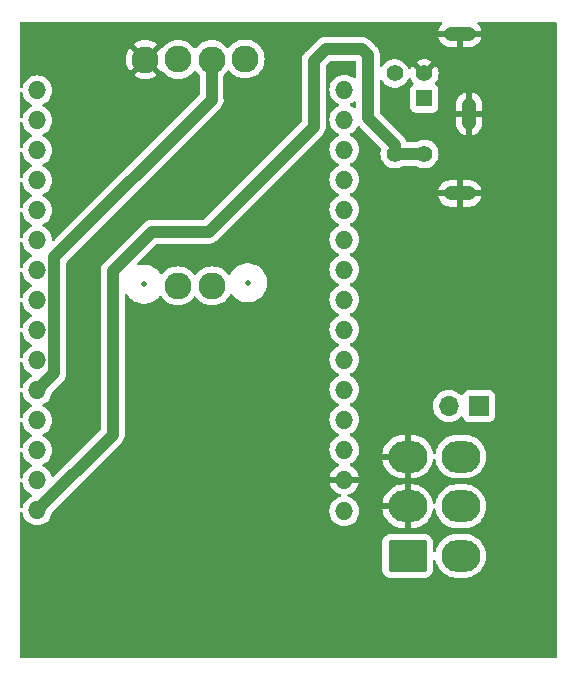
<source format=gbr>
%TF.GenerationSoftware,KiCad,Pcbnew,8.0.2-1*%
%TF.CreationDate,2025-02-24T08:21:50+03:00*%
%TF.ProjectId,PFC_CAN,5046435f-4341-44e2-9e6b-696361645f70,rev?*%
%TF.SameCoordinates,Original*%
%TF.FileFunction,Copper,L2,Bot*%
%TF.FilePolarity,Positive*%
%FSLAX46Y46*%
G04 Gerber Fmt 4.6, Leading zero omitted, Abs format (unit mm)*
G04 Created by KiCad (PCBNEW 8.0.2-1) date 2025-02-24 08:21:50*
%MOMM*%
%LPD*%
G01*
G04 APERTURE LIST*
G04 Aperture macros list*
%AMRoundRect*
0 Rectangle with rounded corners*
0 $1 Rounding radius*
0 $2 $3 $4 $5 $6 $7 $8 $9 X,Y pos of 4 corners*
0 Add a 4 corners polygon primitive as box body*
4,1,4,$2,$3,$4,$5,$6,$7,$8,$9,$2,$3,0*
0 Add four circle primitives for the rounded corners*
1,1,$1+$1,$2,$3*
1,1,$1+$1,$4,$5*
1,1,$1+$1,$6,$7*
1,1,$1+$1,$8,$9*
0 Add four rect primitives between the rounded corners*
20,1,$1+$1,$2,$3,$4,$5,0*
20,1,$1+$1,$4,$5,$6,$7,0*
20,1,$1+$1,$6,$7,$8,$9,0*
20,1,$1+$1,$8,$9,$2,$3,0*%
G04 Aperture macros list end*
%TA.AperFunction,ComponentPad*%
%ADD10RoundRect,0.250001X1.399999X-1.099999X1.399999X1.099999X-1.399999X1.099999X-1.399999X-1.099999X0*%
%TD*%
%TA.AperFunction,ComponentPad*%
%ADD11O,3.300000X2.700000*%
%TD*%
%TA.AperFunction,ComponentPad*%
%ADD12C,0.500000*%
%TD*%
%TA.AperFunction,ComponentPad*%
%ADD13C,2.286000*%
%TD*%
%TA.AperFunction,ComponentPad*%
%ADD14R,1.700000X1.700000*%
%TD*%
%TA.AperFunction,ComponentPad*%
%ADD15O,1.700000X1.700000*%
%TD*%
%TA.AperFunction,ComponentPad*%
%ADD16R,1.408000X1.408000*%
%TD*%
%TA.AperFunction,ComponentPad*%
%ADD17C,1.408000*%
%TD*%
%TA.AperFunction,ComponentPad*%
%ADD18O,1.230000X2.730000*%
%TD*%
%TA.AperFunction,ComponentPad*%
%ADD19O,2.730000X1.230000*%
%TD*%
%TA.AperFunction,ComponentPad*%
%ADD20O,1.524000X1.524000*%
%TD*%
%TA.AperFunction,Conductor*%
%ADD21C,1.000000*%
%TD*%
G04 APERTURE END LIST*
D10*
%TO.P,CAN BUS,1*%
%TO.N,CAN_H*%
X100655999Y-120142000D03*
D11*
%TO.P,CAN BUS,2*%
%TO.N,EARTH*%
X100656000Y-115942000D03*
%TO.P,CAN BUS,3*%
X100655999Y-111742000D03*
%TO.P,CAN BUS,4*%
%TO.N,CAN_L*%
X105156000Y-120142000D03*
%TO.P,CAN BUS,5*%
%TO.N,N/C*%
X105155999Y-115942000D03*
%TO.P,CAN BUS,6*%
%TO.N,5V+*%
X105156000Y-111742000D03*
%TD*%
D12*
%TO.P,CAN,1*%
%TO.N,N/C*%
X87122000Y-97028000D03*
D13*
%TO.N,3.3V*%
X86912000Y-78077999D03*
%TO.N,CAN_H*%
X84112000Y-97278000D03*
%TO.N,TX14*%
X84062000Y-78128000D03*
%TO.N,RX13*%
X81232000Y-78118000D03*
%TO.N,CAN_L*%
X81212000Y-97278000D03*
%TO.N,EARTH*%
X78462000Y-78128000D03*
D12*
%TO.N,N/C*%
X78342000Y-97148000D03*
%TD*%
D14*
%TO.P,REF\u002A\u002A,1*%
%TO.N,5V+*%
X106685000Y-107442000D03*
D15*
%TO.P,REF\u002A\u002A,2*%
X104145000Y-107442000D03*
%TD*%
D16*
%TO.P,REF\u002A\u002A,1*%
%TO.N,RX2*%
X102068000Y-81406000D03*
D17*
%TO.P,REF\u002A\u002A,2*%
%TO.N,EARTH*%
X102068000Y-79306000D03*
%TO.P,REF\u002A\u002A,3*%
%TO.N,5V+*%
X102068000Y-86106000D03*
%TO.P,REF\u002A\u002A,4*%
%TO.N,TX2*%
X99568000Y-79306000D03*
%TO.P,REF\u002A\u002A,5*%
%TO.N,5V+*%
X99568000Y-86106000D03*
D18*
%TO.P,REF\u002A\u002A,S1*%
%TO.N,EARTH*%
X105868000Y-82706000D03*
D19*
%TO.P,REF\u002A\u002A,S2*%
X105068000Y-89456000D03*
%TO.P,REF\u002A\u002A,S3*%
X105068000Y-75956000D03*
%TD*%
D20*
%TO.P,ESP,5*%
%TO.N,N/C*%
X69296000Y-80729200D03*
%TO.P,ESP,6*%
X69296000Y-83269200D03*
%TO.P,ESP,7*%
X69296000Y-85809200D03*
%TO.P,ESP,8*%
X69296000Y-88349200D03*
%TO.P,ESP,9*%
X69296000Y-90889200D03*
%TO.P,ESP,10*%
X69296000Y-93429200D03*
%TO.P,ESP,11*%
X69296000Y-95969200D03*
%TO.P,ESP,12*%
X69296000Y-98509200D03*
%TO.P,ESP,13*%
X69296000Y-101049200D03*
%TO.P,ESP,14*%
X69296000Y-103589200D03*
%TO.P,ESP,15*%
%TO.N,TX14*%
X69296000Y-106129200D03*
%TO.P,ESP,16*%
%TO.N,N/C*%
X69296000Y-108669200D03*
%TO.P,ESP,17*%
%TO.N,RX13*%
X69296000Y-111209200D03*
%TO.P,ESP,18*%
%TO.N,EARTH*%
X69296000Y-113749200D03*
%TO.P,ESP,19*%
%TO.N,5V+*%
X69296000Y-116289200D03*
%TO.P,ESP,20*%
%TO.N,3.3V*%
X95296000Y-116357000D03*
%TO.P,ESP,21*%
%TO.N,EARTH*%
X95296000Y-113690000D03*
%TO.P,ESP,22*%
%TO.N,N/C*%
X95296000Y-111150000D03*
%TO.P,ESP,23*%
%TO.N,D2*%
X95296000Y-108610000D03*
%TO.P,ESP,24*%
%TO.N,N/C*%
X95296000Y-106070000D03*
%TO.P,ESP,25*%
%TO.N,RX2*%
X95296000Y-103530000D03*
%TO.P,ESP,26*%
%TO.N,TX2*%
X95296000Y-100990000D03*
%TO.P,ESP,27*%
%TO.N,N/C*%
X95296000Y-98450000D03*
%TO.P,ESP,28*%
X95296000Y-95910000D03*
%TO.P,ESP,29*%
X95296000Y-93370000D03*
%TO.P,ESP,30*%
X95296000Y-90830000D03*
%TO.P,ESP,31*%
X95296000Y-88290000D03*
%TO.P,ESP,32*%
X95296000Y-85750000D03*
%TO.P,ESP,33*%
X95296000Y-83210000D03*
%TO.P,ESP,34*%
X95296000Y-80670000D03*
%TD*%
D21*
%TO.N,5V+*%
X92710000Y-78232000D02*
X92710000Y-80264000D01*
X97282000Y-77724000D02*
X96774000Y-77216000D01*
X78994000Y-92710000D02*
X83820000Y-92710000D01*
X99568000Y-86106000D02*
X102068000Y-86106000D01*
X75692000Y-109893200D02*
X75692000Y-96012000D01*
X83820000Y-92710000D02*
X92710000Y-83820000D01*
X99568000Y-85344000D02*
X97282000Y-83058000D01*
X92710000Y-83820000D02*
X92710000Y-80264000D01*
X75692000Y-96012000D02*
X78994000Y-92710000D01*
X99568000Y-86106000D02*
X99568000Y-85344000D01*
X69296000Y-116289200D02*
X75692000Y-109893200D01*
X92710000Y-80264000D02*
X92710000Y-79502000D01*
X93726000Y-77216000D02*
X92710000Y-78232000D01*
X97282000Y-83058000D02*
X97282000Y-77724000D01*
X96774000Y-77216000D02*
X93726000Y-77216000D01*
%TO.N,TX14*%
X84062000Y-81522000D02*
X84062000Y-78128000D01*
X69296000Y-106129200D02*
X70758000Y-104667200D01*
X84074000Y-81534000D02*
X84062000Y-81522000D01*
X70758000Y-94850000D02*
X84074000Y-81534000D01*
X70758000Y-104667200D02*
X70758000Y-94850000D01*
%TD*%
%TA.AperFunction,Conductor*%
%TO.N,EARTH*%
G36*
X103542328Y-74942185D02*
G01*
X103588083Y-74994989D01*
X103598027Y-75064147D01*
X103569002Y-75127703D01*
X103562970Y-75134181D01*
X103467523Y-75229627D01*
X103467519Y-75229632D01*
X103364368Y-75371609D01*
X103284690Y-75527985D01*
X103230455Y-75694902D01*
X103230454Y-75694906D01*
X103228696Y-75705999D01*
X103228697Y-75706000D01*
X104073025Y-75706000D01*
X104037930Y-75741095D01*
X103991852Y-75820905D01*
X103968000Y-75909922D01*
X103968000Y-76002078D01*
X103991852Y-76091095D01*
X104037930Y-76170905D01*
X104073025Y-76206000D01*
X103228696Y-76206000D01*
X103230454Y-76217093D01*
X103230455Y-76217097D01*
X103284690Y-76384014D01*
X103364368Y-76540390D01*
X103467519Y-76682367D01*
X103467523Y-76682372D01*
X103591627Y-76806476D01*
X103591632Y-76806480D01*
X103733609Y-76909631D01*
X103889983Y-76989309D01*
X104056902Y-77043545D01*
X104230243Y-77071000D01*
X104818000Y-77071000D01*
X104818000Y-76306000D01*
X105318000Y-76306000D01*
X105318000Y-77071000D01*
X105905757Y-77071000D01*
X106079097Y-77043545D01*
X106246016Y-76989309D01*
X106402390Y-76909631D01*
X106544367Y-76806480D01*
X106544372Y-76806476D01*
X106668476Y-76682372D01*
X106668480Y-76682367D01*
X106771631Y-76540390D01*
X106851309Y-76384014D01*
X106905544Y-76217097D01*
X106905545Y-76217093D01*
X106907303Y-76206000D01*
X106062975Y-76206000D01*
X106098070Y-76170905D01*
X106144148Y-76091095D01*
X106168000Y-76002078D01*
X106168000Y-75909922D01*
X106144148Y-75820905D01*
X106098070Y-75741095D01*
X106062975Y-75706000D01*
X106907303Y-75706000D01*
X106907303Y-75705999D01*
X106905545Y-75694906D01*
X106905544Y-75694902D01*
X106851309Y-75527985D01*
X106771631Y-75371609D01*
X106668480Y-75229632D01*
X106668476Y-75229627D01*
X106573030Y-75134181D01*
X106539545Y-75072858D01*
X106544529Y-75003166D01*
X106586401Y-74947233D01*
X106651865Y-74922816D01*
X106660711Y-74922500D01*
X113167500Y-74922500D01*
X113234539Y-74942185D01*
X113280294Y-74994989D01*
X113291500Y-75046500D01*
X113291500Y-128661500D01*
X113271815Y-128728539D01*
X113219011Y-128774294D01*
X113167500Y-128785500D01*
X67934500Y-128785500D01*
X67867461Y-128765815D01*
X67821706Y-128713011D01*
X67810500Y-128661500D01*
X67810500Y-118991984D01*
X98505499Y-118991984D01*
X98505499Y-121292015D01*
X98515999Y-121394795D01*
X98516000Y-121394796D01*
X98571185Y-121561335D01*
X98571186Y-121561337D01*
X98663285Y-121710651D01*
X98663288Y-121710655D01*
X98787343Y-121834710D01*
X98787347Y-121834713D01*
X98936661Y-121926812D01*
X98936663Y-121926813D01*
X98936665Y-121926814D01*
X99103202Y-121981999D01*
X99205991Y-121992500D01*
X99205996Y-121992500D01*
X102106002Y-121992500D01*
X102106007Y-121992500D01*
X102208796Y-121981999D01*
X102375333Y-121926814D01*
X102524654Y-121834711D01*
X102648710Y-121710655D01*
X102740813Y-121561334D01*
X102795998Y-121394797D01*
X102806499Y-121292008D01*
X102806499Y-120584815D01*
X102826184Y-120517776D01*
X102878988Y-120472021D01*
X102948146Y-120462077D01*
X103011702Y-120491102D01*
X103049476Y-120549880D01*
X103050261Y-120552675D01*
X103094588Y-120718105D01*
X103099947Y-120738104D01*
X103192773Y-120962205D01*
X103192776Y-120962212D01*
X103314064Y-121172289D01*
X103314066Y-121172292D01*
X103314067Y-121172293D01*
X103461733Y-121364736D01*
X103461739Y-121364743D01*
X103633256Y-121536260D01*
X103633263Y-121536266D01*
X103746321Y-121623018D01*
X103825711Y-121683936D01*
X104035788Y-121805224D01*
X104259900Y-121898054D01*
X104494211Y-121960838D01*
X104654940Y-121981998D01*
X104734711Y-121992500D01*
X104734712Y-121992500D01*
X105577289Y-121992500D01*
X105657052Y-121981999D01*
X105817789Y-121960838D01*
X106052100Y-121898054D01*
X106276212Y-121805224D01*
X106486289Y-121683936D01*
X106678738Y-121536265D01*
X106850265Y-121364738D01*
X106997936Y-121172289D01*
X107119224Y-120962212D01*
X107212054Y-120738100D01*
X107274838Y-120503789D01*
X107306500Y-120263288D01*
X107306500Y-120020712D01*
X107274838Y-119780211D01*
X107212054Y-119545900D01*
X107119224Y-119321788D01*
X106997936Y-119111711D01*
X106906073Y-118991992D01*
X106850266Y-118919263D01*
X106850260Y-118919256D01*
X106678743Y-118747739D01*
X106678736Y-118747733D01*
X106486293Y-118600067D01*
X106486292Y-118600066D01*
X106486289Y-118600064D01*
X106276212Y-118478776D01*
X106276205Y-118478773D01*
X106052104Y-118385947D01*
X105817785Y-118323161D01*
X105577289Y-118291500D01*
X105577288Y-118291500D01*
X104734712Y-118291500D01*
X104734711Y-118291500D01*
X104494214Y-118323161D01*
X104259895Y-118385947D01*
X104035794Y-118478773D01*
X104035785Y-118478777D01*
X103825706Y-118600067D01*
X103633263Y-118747733D01*
X103633256Y-118747739D01*
X103461739Y-118919256D01*
X103461733Y-118919263D01*
X103314067Y-119111706D01*
X103192777Y-119321785D01*
X103192773Y-119321794D01*
X103099947Y-119545895D01*
X103099946Y-119545900D01*
X103058874Y-119699184D01*
X103050274Y-119731278D01*
X103013909Y-119790938D01*
X102951062Y-119821467D01*
X102881686Y-119813172D01*
X102827808Y-119768687D01*
X102806534Y-119702135D01*
X102806499Y-119699184D01*
X102806499Y-118991997D01*
X102806498Y-118991984D01*
X102795998Y-118889204D01*
X102795998Y-118889203D01*
X102740813Y-118722666D01*
X102665192Y-118600067D01*
X102648712Y-118573348D01*
X102648709Y-118573344D01*
X102524654Y-118449289D01*
X102524650Y-118449286D01*
X102375336Y-118357187D01*
X102375334Y-118357186D01*
X102292064Y-118329593D01*
X102208796Y-118302001D01*
X102208794Y-118302000D01*
X102106014Y-118291500D01*
X102106007Y-118291500D01*
X99205991Y-118291500D01*
X99205983Y-118291500D01*
X99103203Y-118302000D01*
X99103202Y-118302001D01*
X98936663Y-118357186D01*
X98936661Y-118357187D01*
X98787347Y-118449286D01*
X98787343Y-118449289D01*
X98663288Y-118573344D01*
X98663285Y-118573348D01*
X98571186Y-118722662D01*
X98571185Y-118722664D01*
X98516000Y-118889203D01*
X98515999Y-118889204D01*
X98505499Y-118991984D01*
X67810500Y-118991984D01*
X67810500Y-116565040D01*
X67830185Y-116498001D01*
X67882989Y-116452246D01*
X67952147Y-116442302D01*
X68015703Y-116471327D01*
X68053477Y-116530105D01*
X68054271Y-116532933D01*
X68055656Y-116538100D01*
X68105103Y-116722642D01*
X68105105Y-116722646D01*
X68105106Y-116722650D01*
X68136722Y-116790450D01*
X68198466Y-116922862D01*
X68198468Y-116922866D01*
X68325170Y-117103815D01*
X68325175Y-117103821D01*
X68481378Y-117260024D01*
X68481384Y-117260029D01*
X68662333Y-117386731D01*
X68662335Y-117386732D01*
X68662338Y-117386734D01*
X68862550Y-117480094D01*
X69075932Y-117537270D01*
X69233123Y-117551022D01*
X69295998Y-117556523D01*
X69296000Y-117556523D01*
X69296002Y-117556523D01*
X69351017Y-117551709D01*
X69516068Y-117537270D01*
X69729450Y-117480094D01*
X69929662Y-117386734D01*
X70110620Y-117260026D01*
X70266826Y-117103820D01*
X70393534Y-116922862D01*
X70486894Y-116722650D01*
X70544070Y-116509268D01*
X70545238Y-116495907D01*
X70570687Y-116430842D01*
X70581077Y-116419041D01*
X76329778Y-110670341D01*
X76329782Y-110670339D01*
X76469139Y-110530982D01*
X76578632Y-110367114D01*
X76654051Y-110185035D01*
X76675187Y-110078777D01*
X76692500Y-109991743D01*
X76692500Y-98062710D01*
X76712185Y-97995671D01*
X76764989Y-97949916D01*
X76834147Y-97939972D01*
X76897703Y-97968997D01*
X76926985Y-98006416D01*
X76930366Y-98013052D01*
X77065587Y-98199167D01*
X77083069Y-98223229D01*
X77266771Y-98406931D01*
X77476949Y-98559634D01*
X77579191Y-98611729D01*
X77708423Y-98677577D01*
X77708425Y-98677577D01*
X77708428Y-98677579D01*
X77955507Y-98757860D01*
X78087706Y-98778797D01*
X78212098Y-98798500D01*
X78212103Y-98798500D01*
X78471902Y-98798500D01*
X78585298Y-98780539D01*
X78728493Y-98757860D01*
X78975572Y-98677579D01*
X79207051Y-98559634D01*
X79417229Y-98406931D01*
X79600931Y-98223229D01*
X79634389Y-98177177D01*
X79689716Y-98134512D01*
X79759329Y-98128531D01*
X79821125Y-98161136D01*
X79840434Y-98185272D01*
X79878266Y-98247009D01*
X79878270Y-98247014D01*
X79925969Y-98302862D01*
X80046276Y-98443724D01*
X80122939Y-98509200D01*
X80242985Y-98611729D01*
X80242990Y-98611732D01*
X80463558Y-98746897D01*
X80548057Y-98781897D01*
X80702560Y-98845895D01*
X80954105Y-98906285D01*
X81212000Y-98926582D01*
X81469895Y-98906285D01*
X81721440Y-98845895D01*
X81960441Y-98746897D01*
X82181012Y-98611731D01*
X82377724Y-98443724D01*
X82545731Y-98247012D01*
X82556272Y-98229809D01*
X82608082Y-98182935D01*
X82677012Y-98171511D01*
X82741175Y-98199167D01*
X82767726Y-98229807D01*
X82771711Y-98236310D01*
X82778271Y-98247015D01*
X82825969Y-98302862D01*
X82946276Y-98443724D01*
X83022939Y-98509200D01*
X83142985Y-98611729D01*
X83142990Y-98611732D01*
X83363558Y-98746897D01*
X83448057Y-98781897D01*
X83602560Y-98845895D01*
X83854105Y-98906285D01*
X84112000Y-98926582D01*
X84369895Y-98906285D01*
X84621440Y-98845895D01*
X84860441Y-98746897D01*
X85081012Y-98611731D01*
X85277724Y-98443724D01*
X85445731Y-98247012D01*
X85580897Y-98026441D01*
X85580899Y-98026436D01*
X85582347Y-98023595D01*
X85583185Y-98022706D01*
X85583443Y-98022287D01*
X85583531Y-98022341D01*
X85630318Y-97972796D01*
X85698138Y-97955996D01*
X85764275Y-97978530D01*
X85793153Y-98006998D01*
X85829684Y-98057278D01*
X85863069Y-98103229D01*
X86046771Y-98286931D01*
X86256949Y-98439634D01*
X86393479Y-98509200D01*
X86488423Y-98557577D01*
X86488425Y-98557577D01*
X86488428Y-98557579D01*
X86735507Y-98637860D01*
X86867706Y-98658797D01*
X86992098Y-98678500D01*
X86992103Y-98678500D01*
X87251902Y-98678500D01*
X87365298Y-98660539D01*
X87508493Y-98637860D01*
X87755572Y-98557579D01*
X87987051Y-98439634D01*
X88197229Y-98286931D01*
X88380931Y-98103229D01*
X88533634Y-97893051D01*
X88651579Y-97661572D01*
X88731860Y-97414493D01*
X88760047Y-97236523D01*
X88772500Y-97157902D01*
X88772500Y-96898097D01*
X88750866Y-96761507D01*
X88731860Y-96641507D01*
X88651579Y-96394428D01*
X88651577Y-96394425D01*
X88651577Y-96394423D01*
X88600641Y-96294457D01*
X88533634Y-96162949D01*
X88380931Y-95952771D01*
X88197229Y-95769069D01*
X88129918Y-95720165D01*
X87987054Y-95616368D01*
X87987053Y-95616367D01*
X87987051Y-95616366D01*
X87878166Y-95560886D01*
X87755576Y-95498422D01*
X87508493Y-95418140D01*
X87251902Y-95377500D01*
X87251897Y-95377500D01*
X86992103Y-95377500D01*
X86992098Y-95377500D01*
X86735506Y-95418140D01*
X86488423Y-95498422D01*
X86256945Y-95616368D01*
X86046774Y-95769066D01*
X86046768Y-95769071D01*
X85863071Y-95952768D01*
X85863066Y-95952774D01*
X85710368Y-96162945D01*
X85649127Y-96283136D01*
X85601152Y-96333932D01*
X85533331Y-96350727D01*
X85467196Y-96328189D01*
X85444352Y-96307373D01*
X85394170Y-96248618D01*
X85277724Y-96112276D01*
X85110203Y-95969200D01*
X85081014Y-95944270D01*
X85081009Y-95944267D01*
X84860441Y-95809102D01*
X84621442Y-95710106D01*
X84621444Y-95710106D01*
X84621440Y-95710105D01*
X84621436Y-95710104D01*
X84621430Y-95710102D01*
X84369898Y-95649715D01*
X84112000Y-95629418D01*
X83854101Y-95649715D01*
X83602569Y-95710102D01*
X83602557Y-95710106D01*
X83363558Y-95809102D01*
X83142990Y-95944267D01*
X83142985Y-95944270D01*
X82946276Y-96112276D01*
X82778270Y-96308985D01*
X82778267Y-96308990D01*
X82767727Y-96326190D01*
X82715915Y-96373065D01*
X82646986Y-96384488D01*
X82582823Y-96356831D01*
X82556273Y-96326190D01*
X82545732Y-96308990D01*
X82545729Y-96308985D01*
X82485265Y-96238191D01*
X82377724Y-96112276D01*
X82210203Y-95969200D01*
X82181014Y-95944270D01*
X82181009Y-95944267D01*
X81960441Y-95809102D01*
X81721442Y-95710106D01*
X81721444Y-95710106D01*
X81721440Y-95710105D01*
X81721436Y-95710104D01*
X81721430Y-95710102D01*
X81469898Y-95649715D01*
X81212000Y-95629418D01*
X80954101Y-95649715D01*
X80702569Y-95710102D01*
X80702557Y-95710106D01*
X80463558Y-95809102D01*
X80242990Y-95944267D01*
X80242985Y-95944270D01*
X80046276Y-96112276D01*
X79923299Y-96256264D01*
X79864792Y-96294457D01*
X79794924Y-96294956D01*
X79735878Y-96257602D01*
X79728691Y-96248618D01*
X79600931Y-96072771D01*
X79417229Y-95889069D01*
X79207051Y-95736366D01*
X79128437Y-95696310D01*
X78975576Y-95618422D01*
X78728493Y-95538140D01*
X78471902Y-95497500D01*
X78471897Y-95497500D01*
X78212103Y-95497500D01*
X78212098Y-95497500D01*
X77955505Y-95538140D01*
X77955502Y-95538140D01*
X77891639Y-95558891D01*
X77821797Y-95560886D01*
X77761965Y-95524805D01*
X77731137Y-95462104D01*
X77739102Y-95392690D01*
X77765637Y-95353282D01*
X79372101Y-93746819D01*
X79433424Y-93713334D01*
X79459782Y-93710500D01*
X83918542Y-93710500D01*
X83945989Y-93705040D01*
X84015188Y-93691275D01*
X84111836Y-93672051D01*
X84142512Y-93659344D01*
X84166829Y-93649272D01*
X84166832Y-93649270D01*
X84166838Y-93649268D01*
X84293914Y-93596632D01*
X84457782Y-93487139D01*
X84597139Y-93347782D01*
X84597139Y-93347780D01*
X84607347Y-93337573D01*
X84607348Y-93337570D01*
X93487140Y-84457781D01*
X93596632Y-84293914D01*
X93672052Y-84111835D01*
X93710501Y-83918540D01*
X93710501Y-83721459D01*
X93710501Y-83716349D01*
X93710500Y-83716323D01*
X93710500Y-78697782D01*
X93730185Y-78630743D01*
X93746819Y-78610101D01*
X94104101Y-78252819D01*
X94165424Y-78219334D01*
X94191782Y-78216500D01*
X96157500Y-78216500D01*
X96224539Y-78236185D01*
X96270294Y-78288989D01*
X96281500Y-78340500D01*
X96281500Y-79580623D01*
X96261815Y-79647662D01*
X96209011Y-79693417D01*
X96139853Y-79703361D01*
X96086377Y-79682198D01*
X95929666Y-79572468D01*
X95929662Y-79572466D01*
X95928388Y-79571872D01*
X95729450Y-79479106D01*
X95729447Y-79479105D01*
X95729445Y-79479104D01*
X95516070Y-79421930D01*
X95516062Y-79421929D01*
X95296002Y-79402677D01*
X95295998Y-79402677D01*
X95075937Y-79421929D01*
X95075929Y-79421930D01*
X94862554Y-79479104D01*
X94862548Y-79479107D01*
X94662340Y-79572465D01*
X94662338Y-79572466D01*
X94481377Y-79699175D01*
X94325175Y-79855377D01*
X94198466Y-80036338D01*
X94198465Y-80036340D01*
X94105107Y-80236548D01*
X94105104Y-80236554D01*
X94047930Y-80449929D01*
X94047929Y-80449937D01*
X94028677Y-80669997D01*
X94028677Y-80670002D01*
X94047929Y-80890062D01*
X94047930Y-80890070D01*
X94105104Y-81103445D01*
X94105105Y-81103447D01*
X94105106Y-81103450D01*
X94198466Y-81303662D01*
X94198468Y-81303666D01*
X94325170Y-81484615D01*
X94325175Y-81484621D01*
X94481378Y-81640824D01*
X94481384Y-81640829D01*
X94662333Y-81767531D01*
X94662335Y-81767532D01*
X94662338Y-81767534D01*
X94776793Y-81820905D01*
X94791189Y-81827618D01*
X94843628Y-81873790D01*
X94862780Y-81940984D01*
X94842564Y-82007865D01*
X94791189Y-82052382D01*
X94662340Y-82112465D01*
X94662338Y-82112466D01*
X94481377Y-82239175D01*
X94325175Y-82395377D01*
X94198466Y-82576338D01*
X94198465Y-82576340D01*
X94105107Y-82776548D01*
X94105104Y-82776554D01*
X94047930Y-82989929D01*
X94047929Y-82989937D01*
X94028677Y-83209997D01*
X94028677Y-83210002D01*
X94047929Y-83430062D01*
X94047930Y-83430070D01*
X94105104Y-83643445D01*
X94105105Y-83643447D01*
X94105106Y-83643450D01*
X94157492Y-83755793D01*
X94198466Y-83843662D01*
X94198468Y-83843666D01*
X94325170Y-84024615D01*
X94325175Y-84024621D01*
X94481378Y-84180824D01*
X94481384Y-84180829D01*
X94662333Y-84307531D01*
X94662335Y-84307532D01*
X94662338Y-84307534D01*
X94781748Y-84363215D01*
X94791189Y-84367618D01*
X94843628Y-84413790D01*
X94862780Y-84480984D01*
X94842564Y-84547865D01*
X94791189Y-84592382D01*
X94662340Y-84652465D01*
X94662338Y-84652466D01*
X94481377Y-84779175D01*
X94325175Y-84935377D01*
X94198466Y-85116338D01*
X94198465Y-85116340D01*
X94105107Y-85316548D01*
X94105104Y-85316554D01*
X94047930Y-85529929D01*
X94047929Y-85529937D01*
X94028677Y-85749997D01*
X94028677Y-85750002D01*
X94047929Y-85970062D01*
X94047930Y-85970070D01*
X94105104Y-86183445D01*
X94105105Y-86183447D01*
X94105106Y-86183450D01*
X94132712Y-86242651D01*
X94198466Y-86383662D01*
X94198468Y-86383666D01*
X94325170Y-86564615D01*
X94325175Y-86564621D01*
X94481378Y-86720824D01*
X94481384Y-86720829D01*
X94662333Y-86847531D01*
X94662335Y-86847532D01*
X94662338Y-86847534D01*
X94781748Y-86903215D01*
X94791189Y-86907618D01*
X94843628Y-86953790D01*
X94862780Y-87020984D01*
X94842564Y-87087865D01*
X94791189Y-87132382D01*
X94662340Y-87192465D01*
X94662338Y-87192466D01*
X94481377Y-87319175D01*
X94325175Y-87475377D01*
X94198466Y-87656338D01*
X94198465Y-87656340D01*
X94105107Y-87856548D01*
X94105104Y-87856554D01*
X94047930Y-88069929D01*
X94047929Y-88069937D01*
X94028677Y-88289997D01*
X94028677Y-88290002D01*
X94047929Y-88510062D01*
X94047930Y-88510070D01*
X94105104Y-88723445D01*
X94105105Y-88723447D01*
X94105106Y-88723450D01*
X94198466Y-88923662D01*
X94198468Y-88923666D01*
X94325170Y-89104615D01*
X94325175Y-89104621D01*
X94481378Y-89260824D01*
X94481384Y-89260829D01*
X94662333Y-89387531D01*
X94662335Y-89387532D01*
X94662338Y-89387534D01*
X94781748Y-89443215D01*
X94791189Y-89447618D01*
X94843628Y-89493790D01*
X94862780Y-89560984D01*
X94842564Y-89627865D01*
X94791189Y-89672382D01*
X94662340Y-89732465D01*
X94662338Y-89732466D01*
X94481377Y-89859175D01*
X94325175Y-90015377D01*
X94198466Y-90196338D01*
X94198465Y-90196340D01*
X94105107Y-90396548D01*
X94105104Y-90396554D01*
X94047930Y-90609929D01*
X94047929Y-90609937D01*
X94028677Y-90829997D01*
X94028677Y-90830002D01*
X94047929Y-91050062D01*
X94047930Y-91050070D01*
X94105104Y-91263445D01*
X94105105Y-91263447D01*
X94105106Y-91263450D01*
X94132712Y-91322651D01*
X94198466Y-91463662D01*
X94198468Y-91463666D01*
X94325170Y-91644615D01*
X94325175Y-91644621D01*
X94481378Y-91800824D01*
X94481384Y-91800829D01*
X94662333Y-91927531D01*
X94662335Y-91927532D01*
X94662338Y-91927534D01*
X94781748Y-91983215D01*
X94791189Y-91987618D01*
X94843628Y-92033790D01*
X94862780Y-92100984D01*
X94842564Y-92167865D01*
X94791189Y-92212382D01*
X94662340Y-92272465D01*
X94662338Y-92272466D01*
X94481377Y-92399175D01*
X94325175Y-92555377D01*
X94198466Y-92736338D01*
X94198465Y-92736340D01*
X94105107Y-92936548D01*
X94105104Y-92936554D01*
X94047930Y-93149929D01*
X94047929Y-93149937D01*
X94028677Y-93369997D01*
X94028677Y-93370002D01*
X94047929Y-93590062D01*
X94047930Y-93590070D01*
X94105104Y-93803445D01*
X94105105Y-93803447D01*
X94105106Y-93803450D01*
X94132712Y-93862651D01*
X94198466Y-94003662D01*
X94198468Y-94003666D01*
X94325170Y-94184615D01*
X94325175Y-94184621D01*
X94481378Y-94340824D01*
X94481384Y-94340829D01*
X94662333Y-94467531D01*
X94662335Y-94467532D01*
X94662338Y-94467534D01*
X94781748Y-94523215D01*
X94791189Y-94527618D01*
X94843628Y-94573790D01*
X94862780Y-94640984D01*
X94842564Y-94707865D01*
X94791189Y-94752382D01*
X94662340Y-94812465D01*
X94662338Y-94812466D01*
X94481377Y-94939175D01*
X94325175Y-95095377D01*
X94198466Y-95276338D01*
X94198465Y-95276340D01*
X94105107Y-95476548D01*
X94105104Y-95476554D01*
X94047930Y-95689929D01*
X94047929Y-95689937D01*
X94028677Y-95909997D01*
X94028677Y-95910002D01*
X94047929Y-96130062D01*
X94047930Y-96130070D01*
X94105104Y-96343445D01*
X94105105Y-96343447D01*
X94105106Y-96343450D01*
X94175786Y-96495025D01*
X94198466Y-96543662D01*
X94198468Y-96543666D01*
X94325170Y-96724615D01*
X94325175Y-96724621D01*
X94481378Y-96880824D01*
X94481384Y-96880829D01*
X94662333Y-97007531D01*
X94662335Y-97007532D01*
X94662338Y-97007534D01*
X94781748Y-97063215D01*
X94791189Y-97067618D01*
X94843628Y-97113790D01*
X94862780Y-97180984D01*
X94842564Y-97247865D01*
X94791189Y-97292382D01*
X94662340Y-97352465D01*
X94662338Y-97352466D01*
X94481377Y-97479175D01*
X94325175Y-97635377D01*
X94198466Y-97816338D01*
X94198465Y-97816340D01*
X94105107Y-98016548D01*
X94105104Y-98016554D01*
X94047930Y-98229929D01*
X94047929Y-98229937D01*
X94028677Y-98449997D01*
X94028677Y-98450002D01*
X94047929Y-98670062D01*
X94047930Y-98670070D01*
X94105104Y-98883445D01*
X94105105Y-98883447D01*
X94105106Y-98883450D01*
X94132712Y-98942651D01*
X94198466Y-99083662D01*
X94198468Y-99083666D01*
X94325170Y-99264615D01*
X94325175Y-99264621D01*
X94481378Y-99420824D01*
X94481384Y-99420829D01*
X94662333Y-99547531D01*
X94662335Y-99547532D01*
X94662338Y-99547534D01*
X94781748Y-99603215D01*
X94791189Y-99607618D01*
X94843628Y-99653790D01*
X94862780Y-99720984D01*
X94842564Y-99787865D01*
X94791189Y-99832382D01*
X94662340Y-99892465D01*
X94662338Y-99892466D01*
X94481377Y-100019175D01*
X94325175Y-100175377D01*
X94198466Y-100356338D01*
X94198465Y-100356340D01*
X94105107Y-100556548D01*
X94105104Y-100556554D01*
X94047930Y-100769929D01*
X94047929Y-100769937D01*
X94028677Y-100989997D01*
X94028677Y-100990002D01*
X94047929Y-101210062D01*
X94047930Y-101210070D01*
X94105104Y-101423445D01*
X94105105Y-101423447D01*
X94105106Y-101423450D01*
X94132712Y-101482651D01*
X94198466Y-101623662D01*
X94198468Y-101623666D01*
X94325170Y-101804615D01*
X94325175Y-101804621D01*
X94481378Y-101960824D01*
X94481384Y-101960829D01*
X94662333Y-102087531D01*
X94662335Y-102087532D01*
X94662338Y-102087534D01*
X94781748Y-102143215D01*
X94791189Y-102147618D01*
X94843628Y-102193790D01*
X94862780Y-102260984D01*
X94842564Y-102327865D01*
X94791189Y-102372382D01*
X94662340Y-102432465D01*
X94662338Y-102432466D01*
X94481377Y-102559175D01*
X94325175Y-102715377D01*
X94198466Y-102896338D01*
X94198465Y-102896340D01*
X94105107Y-103096548D01*
X94105104Y-103096554D01*
X94047930Y-103309929D01*
X94047929Y-103309937D01*
X94028677Y-103529997D01*
X94028677Y-103530002D01*
X94047929Y-103750062D01*
X94047930Y-103750070D01*
X94105104Y-103963445D01*
X94105105Y-103963447D01*
X94105106Y-103963450D01*
X94132712Y-104022651D01*
X94198466Y-104163662D01*
X94198468Y-104163666D01*
X94325170Y-104344615D01*
X94325175Y-104344621D01*
X94481378Y-104500824D01*
X94481384Y-104500829D01*
X94662333Y-104627531D01*
X94662335Y-104627532D01*
X94662338Y-104627534D01*
X94781748Y-104683215D01*
X94791189Y-104687618D01*
X94843628Y-104733790D01*
X94862780Y-104800984D01*
X94842564Y-104867865D01*
X94791189Y-104912382D01*
X94662340Y-104972465D01*
X94662338Y-104972466D01*
X94481377Y-105099175D01*
X94325175Y-105255377D01*
X94198466Y-105436338D01*
X94198465Y-105436340D01*
X94105107Y-105636548D01*
X94105104Y-105636554D01*
X94047930Y-105849929D01*
X94047929Y-105849937D01*
X94028677Y-106069997D01*
X94028677Y-106070002D01*
X94047929Y-106290062D01*
X94047930Y-106290070D01*
X94105104Y-106503445D01*
X94105105Y-106503447D01*
X94105106Y-106503450D01*
X94132712Y-106562651D01*
X94198466Y-106703662D01*
X94198468Y-106703666D01*
X94325170Y-106884615D01*
X94325175Y-106884621D01*
X94481378Y-107040824D01*
X94481384Y-107040829D01*
X94662333Y-107167531D01*
X94662335Y-107167532D01*
X94662338Y-107167534D01*
X94746086Y-107206586D01*
X94791189Y-107227618D01*
X94843628Y-107273790D01*
X94862780Y-107340984D01*
X94842564Y-107407865D01*
X94791189Y-107452382D01*
X94662340Y-107512465D01*
X94662338Y-107512466D01*
X94481377Y-107639175D01*
X94325175Y-107795377D01*
X94198466Y-107976338D01*
X94198465Y-107976340D01*
X94105107Y-108176548D01*
X94105104Y-108176554D01*
X94047930Y-108389929D01*
X94047929Y-108389937D01*
X94028677Y-108609997D01*
X94028677Y-108610002D01*
X94047929Y-108830062D01*
X94047930Y-108830070D01*
X94105104Y-109043445D01*
X94105105Y-109043447D01*
X94105106Y-109043450D01*
X94132712Y-109102651D01*
X94198466Y-109243662D01*
X94198468Y-109243666D01*
X94325170Y-109424615D01*
X94325175Y-109424621D01*
X94481378Y-109580824D01*
X94481384Y-109580829D01*
X94662333Y-109707531D01*
X94662335Y-109707532D01*
X94662338Y-109707534D01*
X94781748Y-109763215D01*
X94791189Y-109767618D01*
X94843628Y-109813790D01*
X94862780Y-109880984D01*
X94842564Y-109947865D01*
X94791189Y-109992382D01*
X94662340Y-110052465D01*
X94662338Y-110052466D01*
X94481377Y-110179175D01*
X94325175Y-110335377D01*
X94198466Y-110516338D01*
X94198465Y-110516340D01*
X94126654Y-110670341D01*
X94107363Y-110711711D01*
X94105107Y-110716548D01*
X94105104Y-110716554D01*
X94047930Y-110929929D01*
X94047929Y-110929937D01*
X94028677Y-111149997D01*
X94028677Y-111150002D01*
X94047929Y-111370062D01*
X94047930Y-111370070D01*
X94105104Y-111583445D01*
X94105105Y-111583447D01*
X94105106Y-111583450D01*
X94132712Y-111642651D01*
X94198466Y-111783662D01*
X94198468Y-111783666D01*
X94325170Y-111964615D01*
X94325175Y-111964621D01*
X94481378Y-112120824D01*
X94481384Y-112120829D01*
X94662333Y-112247531D01*
X94662335Y-112247532D01*
X94662338Y-112247534D01*
X94791781Y-112307894D01*
X94844220Y-112354066D01*
X94863372Y-112421260D01*
X94843156Y-112488141D01*
X94791781Y-112532658D01*
X94662591Y-112592900D01*
X94662589Y-112592901D01*
X94481700Y-112719560D01*
X94325560Y-112875700D01*
X94198901Y-113056589D01*
X94198900Y-113056591D01*
X94105579Y-113256720D01*
X94105575Y-113256729D01*
X94056468Y-113439999D01*
X94056469Y-113440000D01*
X94912409Y-113440000D01*
X94869958Y-113513527D01*
X94838800Y-113629808D01*
X94838800Y-113750192D01*
X94869958Y-113866473D01*
X94912409Y-113940000D01*
X94056469Y-113940000D01*
X94105575Y-114123270D01*
X94105580Y-114123284D01*
X94198899Y-114323407D01*
X94198900Y-114323409D01*
X94325563Y-114504301D01*
X94481698Y-114660436D01*
X94662590Y-114787099D01*
X94662592Y-114787100D01*
X94862715Y-114880419D01*
X94862731Y-114880425D01*
X94948721Y-114903465D01*
X95008382Y-114939829D01*
X95038912Y-115002676D01*
X95030618Y-115072051D01*
X94986133Y-115125930D01*
X94948724Y-115143015D01*
X94862552Y-115166105D01*
X94862548Y-115166107D01*
X94662340Y-115259465D01*
X94662338Y-115259466D01*
X94481377Y-115386175D01*
X94325175Y-115542377D01*
X94198466Y-115723338D01*
X94198465Y-115723340D01*
X94105107Y-115923548D01*
X94105104Y-115923554D01*
X94047930Y-116136929D01*
X94047929Y-116136937D01*
X94028677Y-116356997D01*
X94028677Y-116357002D01*
X94047929Y-116577062D01*
X94047930Y-116577070D01*
X94105104Y-116790445D01*
X94105105Y-116790447D01*
X94105106Y-116790450D01*
X94189768Y-116972009D01*
X94198466Y-116990662D01*
X94198468Y-116990666D01*
X94325170Y-117171615D01*
X94325175Y-117171621D01*
X94481378Y-117327824D01*
X94481384Y-117327829D01*
X94662333Y-117454531D01*
X94662335Y-117454532D01*
X94662338Y-117454534D01*
X94862550Y-117547894D01*
X95075932Y-117605070D01*
X95233123Y-117618822D01*
X95295998Y-117624323D01*
X95296000Y-117624323D01*
X95296002Y-117624323D01*
X95351017Y-117619509D01*
X95516068Y-117605070D01*
X95729450Y-117547894D01*
X95929662Y-117454534D01*
X96110620Y-117327826D01*
X96266826Y-117171620D01*
X96393534Y-116990662D01*
X96486894Y-116790450D01*
X96544070Y-116577068D01*
X96563323Y-116357000D01*
X96544070Y-116136932D01*
X96486894Y-115923550D01*
X96393534Y-115723339D01*
X96371590Y-115692000D01*
X98522950Y-115692000D01*
X100001879Y-115692000D01*
X99982901Y-115737818D01*
X99956000Y-115873056D01*
X99956000Y-116010944D01*
X99982901Y-116146182D01*
X100001879Y-116192000D01*
X98522950Y-116192000D01*
X98537653Y-116303687D01*
X98600421Y-116537939D01*
X98693220Y-116761978D01*
X98693227Y-116761993D01*
X98814480Y-116972009D01*
X98962110Y-117164405D01*
X98962116Y-117164412D01*
X99133587Y-117335883D01*
X99133594Y-117335889D01*
X99325990Y-117483519D01*
X99536006Y-117604772D01*
X99536021Y-117604779D01*
X99760060Y-117697578D01*
X99994312Y-117760346D01*
X100234735Y-117791998D01*
X100234752Y-117792000D01*
X100406000Y-117792000D01*
X100406000Y-116596120D01*
X100451818Y-116615099D01*
X100587056Y-116642000D01*
X100724944Y-116642000D01*
X100860182Y-116615099D01*
X100906000Y-116596120D01*
X100906000Y-117792000D01*
X101077248Y-117792000D01*
X101077264Y-117791998D01*
X101317687Y-117760346D01*
X101551939Y-117697578D01*
X101775978Y-117604779D01*
X101775993Y-117604772D01*
X101986009Y-117483519D01*
X102178405Y-117335889D01*
X102178412Y-117335883D01*
X102349883Y-117164412D01*
X102349889Y-117164405D01*
X102497519Y-116972009D01*
X102618772Y-116761993D01*
X102618779Y-116761978D01*
X102711578Y-116537939D01*
X102774346Y-116303687D01*
X102782808Y-116239414D01*
X102811074Y-116175517D01*
X102869399Y-116137046D01*
X102939263Y-116136215D01*
X102998487Y-116173287D01*
X103028266Y-116236492D01*
X103028686Y-116239414D01*
X103037147Y-116303687D01*
X103037161Y-116303789D01*
X103068041Y-116419033D01*
X103099946Y-116538104D01*
X103176386Y-116722645D01*
X103192775Y-116762212D01*
X103314063Y-116972289D01*
X103314065Y-116972292D01*
X103314066Y-116972293D01*
X103461732Y-117164736D01*
X103461738Y-117164743D01*
X103633255Y-117336260D01*
X103633262Y-117336266D01*
X103746320Y-117423018D01*
X103825710Y-117483936D01*
X104035787Y-117605224D01*
X104259899Y-117698054D01*
X104494210Y-117760838D01*
X104674585Y-117784584D01*
X104734710Y-117792500D01*
X104734711Y-117792500D01*
X105577288Y-117792500D01*
X105625387Y-117786167D01*
X105817788Y-117760838D01*
X106052099Y-117698054D01*
X106276211Y-117605224D01*
X106486288Y-117483936D01*
X106678737Y-117336265D01*
X106850264Y-117164738D01*
X106997935Y-116972289D01*
X107119223Y-116762212D01*
X107212053Y-116538100D01*
X107274837Y-116303789D01*
X107306499Y-116063288D01*
X107306499Y-115820712D01*
X107274837Y-115580211D01*
X107212053Y-115345900D01*
X107119223Y-115121788D01*
X106997935Y-114911711D01*
X106850519Y-114719594D01*
X106850265Y-114719263D01*
X106850259Y-114719256D01*
X106678742Y-114547739D01*
X106678735Y-114547733D01*
X106486292Y-114400067D01*
X106486291Y-114400066D01*
X106486288Y-114400064D01*
X106276211Y-114278776D01*
X106276204Y-114278773D01*
X106052103Y-114185947D01*
X105817784Y-114123161D01*
X105577288Y-114091500D01*
X105577287Y-114091500D01*
X104734711Y-114091500D01*
X104734710Y-114091500D01*
X104494213Y-114123161D01*
X104259894Y-114185947D01*
X104035793Y-114278773D01*
X104035784Y-114278777D01*
X103825705Y-114400067D01*
X103633262Y-114547733D01*
X103633255Y-114547739D01*
X103461738Y-114719256D01*
X103461732Y-114719263D01*
X103314066Y-114911706D01*
X103192776Y-115121785D01*
X103192772Y-115121794D01*
X103099946Y-115345895D01*
X103037160Y-115580214D01*
X103028686Y-115644585D01*
X103000419Y-115708482D01*
X102942095Y-115746953D01*
X102872230Y-115747784D01*
X102813007Y-115710712D01*
X102783228Y-115647506D01*
X102782808Y-115644585D01*
X102774346Y-115580312D01*
X102711578Y-115346060D01*
X102618779Y-115122021D01*
X102618772Y-115122006D01*
X102497519Y-114911990D01*
X102349889Y-114719594D01*
X102349883Y-114719587D01*
X102178412Y-114548116D01*
X102178405Y-114548110D01*
X101986009Y-114400480D01*
X101775993Y-114279227D01*
X101775978Y-114279220D01*
X101551939Y-114186421D01*
X101317687Y-114123653D01*
X101077264Y-114092001D01*
X101077248Y-114092000D01*
X100906000Y-114092000D01*
X100906000Y-115287879D01*
X100860182Y-115268901D01*
X100724944Y-115242000D01*
X100587056Y-115242000D01*
X100451818Y-115268901D01*
X100406000Y-115287879D01*
X100406000Y-114092000D01*
X100234752Y-114092000D01*
X100234735Y-114092001D01*
X99994312Y-114123653D01*
X99760060Y-114186421D01*
X99536021Y-114279220D01*
X99536006Y-114279227D01*
X99325990Y-114400480D01*
X99133594Y-114548110D01*
X99133587Y-114548116D01*
X98962116Y-114719587D01*
X98962110Y-114719594D01*
X98814480Y-114911990D01*
X98693227Y-115122006D01*
X98693220Y-115122021D01*
X98600421Y-115346060D01*
X98537653Y-115580312D01*
X98522950Y-115692000D01*
X96371590Y-115692000D01*
X96293386Y-115580312D01*
X96266827Y-115542381D01*
X96199023Y-115474577D01*
X96110620Y-115386174D01*
X96110616Y-115386171D01*
X96110615Y-115386170D01*
X95929666Y-115259468D01*
X95929662Y-115259466D01*
X95892206Y-115242000D01*
X95729450Y-115166106D01*
X95729446Y-115166105D01*
X95729444Y-115166104D01*
X95643276Y-115143015D01*
X95583615Y-115106649D01*
X95553087Y-115043802D01*
X95561382Y-114974427D01*
X95605868Y-114920549D01*
X95643278Y-114903465D01*
X95729268Y-114880425D01*
X95729284Y-114880419D01*
X95929407Y-114787100D01*
X95929409Y-114787099D01*
X96110301Y-114660436D01*
X96266436Y-114504301D01*
X96393099Y-114323409D01*
X96393100Y-114323407D01*
X96486419Y-114123284D01*
X96486424Y-114123270D01*
X96535531Y-113940000D01*
X95679591Y-113940000D01*
X95722042Y-113866473D01*
X95753200Y-113750192D01*
X95753200Y-113629808D01*
X95722042Y-113513527D01*
X95679591Y-113440000D01*
X96535531Y-113440000D01*
X96535531Y-113439999D01*
X96486424Y-113256729D01*
X96486420Y-113256720D01*
X96393099Y-113056591D01*
X96393098Y-113056589D01*
X96266442Y-112875704D01*
X96110297Y-112719560D01*
X95929409Y-112592900D01*
X95929407Y-112592899D01*
X95800219Y-112532658D01*
X95747779Y-112486486D01*
X95728627Y-112419293D01*
X95748843Y-112352411D01*
X95800219Y-112307894D01*
X95929662Y-112247534D01*
X96110620Y-112120826D01*
X96266826Y-111964620D01*
X96393534Y-111783662D01*
X96486894Y-111583450D01*
X96511398Y-111492000D01*
X98522949Y-111492000D01*
X100001878Y-111492000D01*
X99982900Y-111537818D01*
X99955999Y-111673056D01*
X99955999Y-111810944D01*
X99982900Y-111946182D01*
X100001878Y-111992000D01*
X98522949Y-111992000D01*
X98537652Y-112103687D01*
X98600420Y-112337939D01*
X98693219Y-112561978D01*
X98693226Y-112561993D01*
X98814479Y-112772009D01*
X98962109Y-112964405D01*
X98962115Y-112964412D01*
X99133586Y-113135883D01*
X99133593Y-113135889D01*
X99325989Y-113283519D01*
X99536005Y-113404772D01*
X99536020Y-113404779D01*
X99760059Y-113497578D01*
X99994311Y-113560346D01*
X100234734Y-113591998D01*
X100234751Y-113592000D01*
X100405999Y-113592000D01*
X100405999Y-112396120D01*
X100451817Y-112415099D01*
X100587055Y-112442000D01*
X100724943Y-112442000D01*
X100860181Y-112415099D01*
X100905999Y-112396120D01*
X100905999Y-113592000D01*
X101077247Y-113592000D01*
X101077263Y-113591998D01*
X101317686Y-113560346D01*
X101551938Y-113497578D01*
X101775977Y-113404779D01*
X101775992Y-113404772D01*
X101986008Y-113283519D01*
X102178404Y-113135889D01*
X102178411Y-113135883D01*
X102349882Y-112964412D01*
X102349888Y-112964405D01*
X102497518Y-112772009D01*
X102618771Y-112561993D01*
X102618778Y-112561978D01*
X102711577Y-112337939D01*
X102774345Y-112103687D01*
X102782808Y-112039406D01*
X102811074Y-111975509D01*
X102869399Y-111937038D01*
X102939263Y-111936206D01*
X102998487Y-111973279D01*
X103028266Y-112036484D01*
X103028686Y-112039406D01*
X103037148Y-112103687D01*
X103037162Y-112103789D01*
X103068554Y-112220944D01*
X103099947Y-112338104D01*
X103158913Y-112480460D01*
X103192776Y-112562212D01*
X103314064Y-112772289D01*
X103314066Y-112772292D01*
X103314067Y-112772293D01*
X103461733Y-112964736D01*
X103461739Y-112964743D01*
X103633256Y-113136260D01*
X103633262Y-113136265D01*
X103825711Y-113283936D01*
X104035788Y-113405224D01*
X104259900Y-113498054D01*
X104494211Y-113560838D01*
X104674586Y-113584584D01*
X104734711Y-113592500D01*
X104734712Y-113592500D01*
X105577289Y-113592500D01*
X105625388Y-113586167D01*
X105817789Y-113560838D01*
X106052100Y-113498054D01*
X106276212Y-113405224D01*
X106486289Y-113283936D01*
X106678738Y-113136265D01*
X106850265Y-112964738D01*
X106997936Y-112772289D01*
X107119224Y-112562212D01*
X107212054Y-112338100D01*
X107274838Y-112103789D01*
X107306500Y-111863288D01*
X107306500Y-111620712D01*
X107301594Y-111583450D01*
X107295587Y-111537818D01*
X107274838Y-111380211D01*
X107212054Y-111145900D01*
X107119224Y-110921788D01*
X106997936Y-110711711D01*
X106850520Y-110519594D01*
X106850266Y-110519263D01*
X106850260Y-110519256D01*
X106678743Y-110347739D01*
X106678736Y-110347733D01*
X106486293Y-110200067D01*
X106486292Y-110200066D01*
X106486289Y-110200064D01*
X106276212Y-110078776D01*
X106212699Y-110052468D01*
X106052104Y-109985947D01*
X105909981Y-109947865D01*
X105817789Y-109923162D01*
X105817788Y-109923161D01*
X105817785Y-109923161D01*
X105577289Y-109891500D01*
X105577288Y-109891500D01*
X104734712Y-109891500D01*
X104734711Y-109891500D01*
X104494214Y-109923161D01*
X104259895Y-109985947D01*
X104035794Y-110078773D01*
X104035785Y-110078777D01*
X103825706Y-110200067D01*
X103633263Y-110347733D01*
X103633256Y-110347739D01*
X103461739Y-110519256D01*
X103461733Y-110519263D01*
X103314067Y-110711706D01*
X103192777Y-110921785D01*
X103192773Y-110921794D01*
X103099947Y-111145895D01*
X103037161Y-111380214D01*
X103028686Y-111444593D01*
X103000420Y-111508490D01*
X102942095Y-111546961D01*
X102872230Y-111547792D01*
X102813007Y-111510720D01*
X102783228Y-111447514D01*
X102782808Y-111444593D01*
X102774345Y-111380312D01*
X102711577Y-111146060D01*
X102618778Y-110922021D01*
X102618771Y-110922006D01*
X102497518Y-110711990D01*
X102349888Y-110519594D01*
X102349882Y-110519587D01*
X102178411Y-110348116D01*
X102178404Y-110348110D01*
X101986008Y-110200480D01*
X101775992Y-110079227D01*
X101775977Y-110079220D01*
X101551938Y-109986421D01*
X101317686Y-109923653D01*
X101077263Y-109892001D01*
X101077247Y-109892000D01*
X100905999Y-109892000D01*
X100905999Y-111087879D01*
X100860181Y-111068901D01*
X100724943Y-111042000D01*
X100587055Y-111042000D01*
X100451817Y-111068901D01*
X100405999Y-111087879D01*
X100405999Y-109892000D01*
X100234751Y-109892000D01*
X100234734Y-109892001D01*
X99994311Y-109923653D01*
X99760059Y-109986421D01*
X99536020Y-110079220D01*
X99536005Y-110079227D01*
X99325989Y-110200480D01*
X99133593Y-110348110D01*
X99133586Y-110348116D01*
X98962115Y-110519587D01*
X98962109Y-110519594D01*
X98814479Y-110711990D01*
X98693226Y-110922006D01*
X98693219Y-110922021D01*
X98600420Y-111146060D01*
X98537652Y-111380312D01*
X98522949Y-111492000D01*
X96511398Y-111492000D01*
X96544070Y-111370068D01*
X96563323Y-111150000D01*
X96562978Y-111146060D01*
X96550450Y-111002862D01*
X96544070Y-110929932D01*
X96486894Y-110716550D01*
X96393534Y-110516339D01*
X96308276Y-110394577D01*
X96266827Y-110335381D01*
X96266823Y-110335377D01*
X96110620Y-110179174D01*
X96110616Y-110179171D01*
X96110615Y-110179170D01*
X95929666Y-110052468D01*
X95929658Y-110052464D01*
X95800811Y-109992382D01*
X95748371Y-109946210D01*
X95729219Y-109879017D01*
X95749435Y-109812135D01*
X95800811Y-109767618D01*
X95806802Y-109764824D01*
X95929662Y-109707534D01*
X96110620Y-109580826D01*
X96266826Y-109424620D01*
X96393534Y-109243662D01*
X96486894Y-109043450D01*
X96544070Y-108830068D01*
X96563323Y-108610000D01*
X96544070Y-108389932D01*
X96486894Y-108176550D01*
X96393534Y-107976339D01*
X96266826Y-107795380D01*
X96110620Y-107639174D01*
X96110616Y-107639171D01*
X96110615Y-107639170D01*
X95929666Y-107512468D01*
X95929658Y-107512464D01*
X95800811Y-107452382D01*
X95789018Y-107441999D01*
X102789341Y-107441999D01*
X102789341Y-107442000D01*
X102809936Y-107677403D01*
X102809938Y-107677413D01*
X102871094Y-107905655D01*
X102871096Y-107905659D01*
X102871097Y-107905663D01*
X102931660Y-108035540D01*
X102970965Y-108119830D01*
X102970967Y-108119834D01*
X103052132Y-108235748D01*
X103106505Y-108313401D01*
X103273599Y-108480495D01*
X103370384Y-108548265D01*
X103467165Y-108616032D01*
X103467167Y-108616033D01*
X103467170Y-108616035D01*
X103681337Y-108715903D01*
X103909592Y-108777063D01*
X104086034Y-108792500D01*
X104144999Y-108797659D01*
X104145000Y-108797659D01*
X104145001Y-108797659D01*
X104203966Y-108792500D01*
X104380408Y-108777063D01*
X104608663Y-108715903D01*
X104822830Y-108616035D01*
X105016401Y-108480495D01*
X105138329Y-108358566D01*
X105199648Y-108325084D01*
X105269340Y-108330068D01*
X105325274Y-108371939D01*
X105342189Y-108402917D01*
X105391202Y-108534328D01*
X105391206Y-108534335D01*
X105477452Y-108649544D01*
X105477455Y-108649547D01*
X105592664Y-108735793D01*
X105592671Y-108735797D01*
X105727517Y-108786091D01*
X105727516Y-108786091D01*
X105734444Y-108786835D01*
X105787127Y-108792500D01*
X107582872Y-108792499D01*
X107642483Y-108786091D01*
X107777331Y-108735796D01*
X107892546Y-108649546D01*
X107978796Y-108534331D01*
X108029091Y-108399483D01*
X108035500Y-108339873D01*
X108035499Y-106544128D01*
X108029091Y-106484517D01*
X108027810Y-106481083D01*
X107978797Y-106349671D01*
X107978793Y-106349664D01*
X107892547Y-106234455D01*
X107892544Y-106234452D01*
X107777335Y-106148206D01*
X107777328Y-106148202D01*
X107642482Y-106097908D01*
X107642483Y-106097908D01*
X107582883Y-106091501D01*
X107582881Y-106091500D01*
X107582873Y-106091500D01*
X107582864Y-106091500D01*
X105787129Y-106091500D01*
X105787123Y-106091501D01*
X105727516Y-106097908D01*
X105592671Y-106148202D01*
X105592664Y-106148206D01*
X105477455Y-106234452D01*
X105477452Y-106234455D01*
X105391206Y-106349664D01*
X105391203Y-106349669D01*
X105342189Y-106481083D01*
X105300317Y-106537016D01*
X105234853Y-106561433D01*
X105166580Y-106546581D01*
X105138326Y-106525430D01*
X105016402Y-106403506D01*
X105016395Y-106403501D01*
X104822834Y-106267967D01*
X104822830Y-106267965D01*
X104803675Y-106259033D01*
X104608663Y-106168097D01*
X104608659Y-106168096D01*
X104608655Y-106168094D01*
X104380413Y-106106938D01*
X104380403Y-106106936D01*
X104145001Y-106086341D01*
X104144999Y-106086341D01*
X103909596Y-106106936D01*
X103909586Y-106106938D01*
X103681344Y-106168094D01*
X103681335Y-106168098D01*
X103467171Y-106267964D01*
X103467169Y-106267965D01*
X103273597Y-106403505D01*
X103106505Y-106570597D01*
X102970965Y-106764169D01*
X102970964Y-106764171D01*
X102871098Y-106978335D01*
X102871094Y-106978344D01*
X102809938Y-107206586D01*
X102809936Y-107206596D01*
X102789341Y-107441999D01*
X95789018Y-107441999D01*
X95748371Y-107406210D01*
X95729219Y-107339017D01*
X95749435Y-107272135D01*
X95800811Y-107227618D01*
X95806802Y-107224824D01*
X95929662Y-107167534D01*
X96110620Y-107040826D01*
X96266826Y-106884620D01*
X96393534Y-106703662D01*
X96486894Y-106503450D01*
X96544070Y-106290068D01*
X96560881Y-106097909D01*
X96563323Y-106070002D01*
X96563323Y-106069997D01*
X96549249Y-105909132D01*
X96544070Y-105849932D01*
X96486894Y-105636550D01*
X96393534Y-105436339D01*
X96308276Y-105314577D01*
X96266827Y-105255381D01*
X96266823Y-105255377D01*
X96110620Y-105099174D01*
X96110616Y-105099171D01*
X96110615Y-105099170D01*
X95929666Y-104972468D01*
X95929658Y-104972464D01*
X95800811Y-104912382D01*
X95748371Y-104866210D01*
X95729219Y-104799017D01*
X95749435Y-104732135D01*
X95800811Y-104687618D01*
X95806802Y-104684824D01*
X95929662Y-104627534D01*
X96110620Y-104500826D01*
X96266826Y-104344620D01*
X96393534Y-104163662D01*
X96486894Y-103963450D01*
X96544070Y-103750068D01*
X96563323Y-103530000D01*
X96544070Y-103309932D01*
X96486894Y-103096550D01*
X96393534Y-102896339D01*
X96266826Y-102715380D01*
X96110620Y-102559174D01*
X96110616Y-102559171D01*
X96110615Y-102559170D01*
X95929666Y-102432468D01*
X95929658Y-102432464D01*
X95800811Y-102372382D01*
X95748371Y-102326210D01*
X95729219Y-102259017D01*
X95749435Y-102192135D01*
X95800811Y-102147618D01*
X95806802Y-102144824D01*
X95929662Y-102087534D01*
X96110620Y-101960826D01*
X96266826Y-101804620D01*
X96393534Y-101623662D01*
X96486894Y-101423450D01*
X96544070Y-101210068D01*
X96563323Y-100990000D01*
X96544070Y-100769932D01*
X96486894Y-100556550D01*
X96393534Y-100356339D01*
X96266826Y-100175380D01*
X96110620Y-100019174D01*
X96110616Y-100019171D01*
X96110615Y-100019170D01*
X95929666Y-99892468D01*
X95929658Y-99892464D01*
X95800811Y-99832382D01*
X95748371Y-99786210D01*
X95729219Y-99719017D01*
X95749435Y-99652135D01*
X95800811Y-99607618D01*
X95806802Y-99604824D01*
X95929662Y-99547534D01*
X96110620Y-99420826D01*
X96266826Y-99264620D01*
X96393534Y-99083662D01*
X96486894Y-98883450D01*
X96544070Y-98670068D01*
X96563323Y-98450000D01*
X96544070Y-98229932D01*
X96486894Y-98016550D01*
X96393534Y-97816339D01*
X96266826Y-97635380D01*
X96110620Y-97479174D01*
X96110616Y-97479171D01*
X96110615Y-97479170D01*
X95929666Y-97352468D01*
X95929658Y-97352464D01*
X95800811Y-97292382D01*
X95748371Y-97246210D01*
X95729219Y-97179017D01*
X95749435Y-97112135D01*
X95800811Y-97067618D01*
X95806802Y-97064824D01*
X95929662Y-97007534D01*
X96110620Y-96880826D01*
X96266826Y-96724620D01*
X96393534Y-96543662D01*
X96486894Y-96343450D01*
X96544070Y-96130068D01*
X96560325Y-95944267D01*
X96563323Y-95910002D01*
X96563323Y-95909997D01*
X96552397Y-95785113D01*
X96544070Y-95689932D01*
X96486894Y-95476550D01*
X96393534Y-95276339D01*
X96266826Y-95095380D01*
X96110620Y-94939174D01*
X96110616Y-94939171D01*
X96110615Y-94939170D01*
X95929666Y-94812468D01*
X95929658Y-94812464D01*
X95800811Y-94752382D01*
X95748371Y-94706210D01*
X95729219Y-94639017D01*
X95749435Y-94572135D01*
X95800811Y-94527618D01*
X95806802Y-94524824D01*
X95929662Y-94467534D01*
X96110620Y-94340826D01*
X96266826Y-94184620D01*
X96393534Y-94003662D01*
X96486894Y-93803450D01*
X96544070Y-93590068D01*
X96563323Y-93370000D01*
X96544070Y-93149932D01*
X96486894Y-92936550D01*
X96393534Y-92736339D01*
X96266826Y-92555380D01*
X96110620Y-92399174D01*
X96110616Y-92399171D01*
X96110615Y-92399170D01*
X95929666Y-92272468D01*
X95929658Y-92272464D01*
X95800811Y-92212382D01*
X95748371Y-92166210D01*
X95729219Y-92099017D01*
X95749435Y-92032135D01*
X95800811Y-91987618D01*
X95806802Y-91984824D01*
X95929662Y-91927534D01*
X96110620Y-91800826D01*
X96266826Y-91644620D01*
X96393534Y-91463662D01*
X96486894Y-91263450D01*
X96544070Y-91050068D01*
X96563323Y-90830000D01*
X96544070Y-90609932D01*
X96486894Y-90396550D01*
X96393534Y-90196339D01*
X96266826Y-90015380D01*
X96110620Y-89859174D01*
X96110616Y-89859171D01*
X96110615Y-89859170D01*
X95929666Y-89732468D01*
X95929658Y-89732464D01*
X95800811Y-89672382D01*
X95748371Y-89626210D01*
X95729219Y-89559017D01*
X95749435Y-89492135D01*
X95800811Y-89447618D01*
X95806802Y-89444824D01*
X95929662Y-89387534D01*
X96110620Y-89260826D01*
X96165447Y-89205999D01*
X103228696Y-89205999D01*
X103228697Y-89206000D01*
X104073025Y-89206000D01*
X104037930Y-89241095D01*
X103991852Y-89320905D01*
X103968000Y-89409922D01*
X103968000Y-89502078D01*
X103991852Y-89591095D01*
X104037930Y-89670905D01*
X104073025Y-89706000D01*
X103228696Y-89706000D01*
X103230454Y-89717093D01*
X103230455Y-89717097D01*
X103284690Y-89884014D01*
X103364368Y-90040390D01*
X103467519Y-90182367D01*
X103467523Y-90182372D01*
X103591627Y-90306476D01*
X103591632Y-90306480D01*
X103733609Y-90409631D01*
X103889983Y-90489309D01*
X104056902Y-90543545D01*
X104230243Y-90571000D01*
X104818000Y-90571000D01*
X104818000Y-89806000D01*
X105318000Y-89806000D01*
X105318000Y-90571000D01*
X105905757Y-90571000D01*
X106079097Y-90543545D01*
X106246016Y-90489309D01*
X106402390Y-90409631D01*
X106544367Y-90306480D01*
X106544372Y-90306476D01*
X106668476Y-90182372D01*
X106668480Y-90182367D01*
X106771631Y-90040390D01*
X106851309Y-89884014D01*
X106905544Y-89717097D01*
X106905545Y-89717093D01*
X106907303Y-89706000D01*
X106062975Y-89706000D01*
X106098070Y-89670905D01*
X106144148Y-89591095D01*
X106168000Y-89502078D01*
X106168000Y-89409922D01*
X106144148Y-89320905D01*
X106098070Y-89241095D01*
X106062975Y-89206000D01*
X106907303Y-89206000D01*
X106907303Y-89205999D01*
X106905545Y-89194906D01*
X106905544Y-89194902D01*
X106851309Y-89027985D01*
X106771631Y-88871609D01*
X106668480Y-88729632D01*
X106668476Y-88729627D01*
X106544372Y-88605523D01*
X106544367Y-88605519D01*
X106402390Y-88502368D01*
X106246016Y-88422690D01*
X106079097Y-88368454D01*
X105905757Y-88341000D01*
X105318000Y-88341000D01*
X105318000Y-89106000D01*
X104818000Y-89106000D01*
X104818000Y-88341000D01*
X104230243Y-88341000D01*
X104056902Y-88368454D01*
X103889983Y-88422690D01*
X103733609Y-88502368D01*
X103591632Y-88605519D01*
X103591627Y-88605523D01*
X103467523Y-88729627D01*
X103467519Y-88729632D01*
X103364368Y-88871609D01*
X103284690Y-89027985D01*
X103230455Y-89194902D01*
X103230454Y-89194906D01*
X103228696Y-89205999D01*
X96165447Y-89205999D01*
X96266826Y-89104620D01*
X96393534Y-88923662D01*
X96486894Y-88723450D01*
X96544070Y-88510068D01*
X96563323Y-88290000D01*
X96544070Y-88069932D01*
X96486894Y-87856550D01*
X96393534Y-87656339D01*
X96266826Y-87475380D01*
X96110620Y-87319174D01*
X96110616Y-87319171D01*
X96110615Y-87319170D01*
X95929666Y-87192468D01*
X95929658Y-87192464D01*
X95800811Y-87132382D01*
X95748371Y-87086210D01*
X95729219Y-87019017D01*
X95749435Y-86952135D01*
X95800811Y-86907618D01*
X95806802Y-86904824D01*
X95929662Y-86847534D01*
X96110620Y-86720826D01*
X96266826Y-86564620D01*
X96393534Y-86383662D01*
X96486894Y-86183450D01*
X96544070Y-85970068D01*
X96563323Y-85750000D01*
X96544070Y-85529932D01*
X96486894Y-85316550D01*
X96393534Y-85116339D01*
X96266826Y-84935380D01*
X96110620Y-84779174D01*
X96110616Y-84779171D01*
X96110615Y-84779170D01*
X95929666Y-84652468D01*
X95929658Y-84652464D01*
X95800811Y-84592382D01*
X95748371Y-84546210D01*
X95729219Y-84479017D01*
X95749435Y-84412135D01*
X95800811Y-84367618D01*
X95806802Y-84364824D01*
X95929662Y-84307534D01*
X96110620Y-84180826D01*
X96266826Y-84024620D01*
X96393534Y-83843662D01*
X96401123Y-83827386D01*
X96447290Y-83774948D01*
X96514483Y-83755793D01*
X96581365Y-83776005D01*
X96601186Y-83792108D01*
X96648537Y-83839459D01*
X96648559Y-83839479D01*
X98396932Y-85587852D01*
X98430417Y-85649175D01*
X98428518Y-85709466D01*
X98400141Y-85809202D01*
X98378936Y-85883730D01*
X98358340Y-86105999D01*
X98358340Y-86106000D01*
X98378936Y-86328273D01*
X98378937Y-86328276D01*
X98440023Y-86542975D01*
X98440026Y-86542981D01*
X98480277Y-86623815D01*
X98539526Y-86742804D01*
X98663987Y-86907618D01*
X98674051Y-86920944D01*
X98724373Y-86966818D01*
X98839017Y-87071330D01*
X98839024Y-87071334D01*
X98839025Y-87071335D01*
X99028804Y-87188841D01*
X99028805Y-87188841D01*
X99028808Y-87188843D01*
X99236961Y-87269482D01*
X99456387Y-87310500D01*
X99456389Y-87310500D01*
X99679611Y-87310500D01*
X99679613Y-87310500D01*
X99899039Y-87269482D01*
X100107192Y-87188843D01*
X100198380Y-87132382D01*
X100210185Y-87125073D01*
X100275462Y-87106500D01*
X101360538Y-87106500D01*
X101425815Y-87125073D01*
X101528804Y-87188841D01*
X101528805Y-87188841D01*
X101528808Y-87188843D01*
X101736961Y-87269482D01*
X101956387Y-87310500D01*
X101956389Y-87310500D01*
X102179611Y-87310500D01*
X102179613Y-87310500D01*
X102399039Y-87269482D01*
X102607192Y-87188843D01*
X102796983Y-87071330D01*
X102961950Y-86920943D01*
X103096474Y-86742804D01*
X103195974Y-86542980D01*
X103195974Y-86542977D01*
X103195976Y-86542975D01*
X103230954Y-86420036D01*
X103257063Y-86328274D01*
X103277660Y-86106000D01*
X103272480Y-86050105D01*
X103257063Y-85883726D01*
X103257062Y-85883723D01*
X103195976Y-85669024D01*
X103195973Y-85669018D01*
X103144404Y-85565453D01*
X103096474Y-85469196D01*
X102961950Y-85291057D01*
X102796983Y-85140670D01*
X102796979Y-85140667D01*
X102796974Y-85140664D01*
X102607195Y-85023158D01*
X102607189Y-85023156D01*
X102399039Y-84942518D01*
X102179613Y-84901500D01*
X101956387Y-84901500D01*
X101736961Y-84942518D01*
X101605328Y-84993512D01*
X101528810Y-85023156D01*
X101528804Y-85023158D01*
X101425815Y-85086927D01*
X101360538Y-85105500D01*
X100634997Y-85105500D01*
X100567958Y-85085815D01*
X100522203Y-85033011D01*
X100520436Y-85028952D01*
X100454635Y-84870092D01*
X100454628Y-84870079D01*
X100345139Y-84706218D01*
X100345136Y-84706214D01*
X100202686Y-84563764D01*
X100202655Y-84563735D01*
X98318819Y-82679899D01*
X98285334Y-82618576D01*
X98282500Y-82592218D01*
X98282500Y-79953841D01*
X98302185Y-79886802D01*
X98354989Y-79841047D01*
X98424147Y-79831103D01*
X98487703Y-79860128D01*
X98517498Y-79898567D01*
X98539526Y-79942804D01*
X98674050Y-80120943D01*
X98839017Y-80271330D01*
X98839024Y-80271334D01*
X98839025Y-80271335D01*
X99028804Y-80388841D01*
X99028805Y-80388841D01*
X99028808Y-80388843D01*
X99236961Y-80469482D01*
X99456387Y-80510500D01*
X99456389Y-80510500D01*
X99679611Y-80510500D01*
X99679613Y-80510500D01*
X99899039Y-80469482D01*
X100107192Y-80388843D01*
X100296983Y-80271330D01*
X100461950Y-80120943D01*
X100596474Y-79942804D01*
X100695974Y-79742980D01*
X100698993Y-79732370D01*
X100736270Y-79673276D01*
X100799579Y-79643716D01*
X100868819Y-79653076D01*
X100922007Y-79698385D01*
X100937526Y-79732365D01*
X100940494Y-79742797D01*
X100940498Y-79742808D01*
X101039953Y-79942540D01*
X101146711Y-80083910D01*
X101171403Y-80149271D01*
X101156838Y-80217606D01*
X101122069Y-80257903D01*
X101006452Y-80344455D01*
X100920206Y-80459664D01*
X100920202Y-80459671D01*
X100869908Y-80594517D01*
X100863501Y-80654116D01*
X100863501Y-80654123D01*
X100863500Y-80654135D01*
X100863500Y-82157870D01*
X100863501Y-82157876D01*
X100869908Y-82217483D01*
X100920202Y-82352328D01*
X100920206Y-82352335D01*
X101006452Y-82467544D01*
X101006455Y-82467547D01*
X101121664Y-82553793D01*
X101121671Y-82553797D01*
X101256517Y-82604091D01*
X101256516Y-82604091D01*
X101263444Y-82604835D01*
X101316127Y-82610500D01*
X102819872Y-82610499D01*
X102879483Y-82604091D01*
X103014331Y-82553796D01*
X103129546Y-82467546D01*
X103215796Y-82352331D01*
X103266091Y-82217483D01*
X103272500Y-82157873D01*
X103272500Y-81868242D01*
X104753000Y-81868242D01*
X104753000Y-82456000D01*
X105518000Y-82456000D01*
X105518000Y-82956000D01*
X104753000Y-82956000D01*
X104753000Y-83543757D01*
X104780454Y-83717097D01*
X104834690Y-83884016D01*
X104914368Y-84040390D01*
X105017519Y-84182367D01*
X105017523Y-84182372D01*
X105141627Y-84306476D01*
X105141632Y-84306480D01*
X105283609Y-84409631D01*
X105439985Y-84489309D01*
X105606902Y-84543544D01*
X105606904Y-84543545D01*
X105618000Y-84545302D01*
X105618000Y-83700975D01*
X105653095Y-83736070D01*
X105732905Y-83782148D01*
X105821922Y-83806000D01*
X105914078Y-83806000D01*
X106003095Y-83782148D01*
X106082905Y-83736070D01*
X106118000Y-83700975D01*
X106118000Y-84545301D01*
X106129095Y-84543545D01*
X106129097Y-84543544D01*
X106296014Y-84489309D01*
X106452390Y-84409631D01*
X106594367Y-84306480D01*
X106594372Y-84306476D01*
X106718476Y-84182372D01*
X106718480Y-84182367D01*
X106821631Y-84040390D01*
X106901309Y-83884016D01*
X106955545Y-83717097D01*
X106983000Y-83543757D01*
X106983000Y-82956000D01*
X106218000Y-82956000D01*
X106218000Y-82456000D01*
X106983000Y-82456000D01*
X106983000Y-81868242D01*
X106955545Y-81694902D01*
X106901309Y-81527983D01*
X106821631Y-81371609D01*
X106718480Y-81229632D01*
X106718476Y-81229627D01*
X106594372Y-81105523D01*
X106594367Y-81105519D01*
X106452390Y-81002368D01*
X106296014Y-80922690D01*
X106129097Y-80868455D01*
X106129093Y-80868454D01*
X106118000Y-80866696D01*
X106118000Y-81711025D01*
X106082905Y-81675930D01*
X106003095Y-81629852D01*
X105914078Y-81606000D01*
X105821922Y-81606000D01*
X105732905Y-81629852D01*
X105653095Y-81675930D01*
X105618000Y-81711025D01*
X105618000Y-80866697D01*
X105617999Y-80866696D01*
X105606906Y-80868454D01*
X105606902Y-80868455D01*
X105439985Y-80922690D01*
X105283609Y-81002368D01*
X105141632Y-81105519D01*
X105141627Y-81105523D01*
X105017523Y-81229627D01*
X105017519Y-81229632D01*
X104914368Y-81371609D01*
X104834690Y-81527983D01*
X104780454Y-81694902D01*
X104753000Y-81868242D01*
X103272500Y-81868242D01*
X103272499Y-80654128D01*
X103266091Y-80594517D01*
X103255957Y-80567347D01*
X103215797Y-80459671D01*
X103215793Y-80459664D01*
X103129547Y-80344455D01*
X103013930Y-80257903D01*
X102972060Y-80201969D01*
X102967076Y-80132277D01*
X102989288Y-80083910D01*
X103096046Y-79942540D01*
X103195501Y-79742808D01*
X103195506Y-79742795D01*
X103256570Y-79528181D01*
X103277158Y-79306000D01*
X103277158Y-79305999D01*
X103256570Y-79083818D01*
X103195506Y-78869204D01*
X103195501Y-78869191D01*
X103096046Y-78669458D01*
X103079716Y-78647836D01*
X102510137Y-79217414D01*
X102487333Y-79132306D01*
X102428090Y-79029694D01*
X102344306Y-78945910D01*
X102241694Y-78886667D01*
X102156584Y-78863861D01*
X102724232Y-78296213D01*
X102606966Y-78223605D01*
X102606965Y-78223604D01*
X102398904Y-78143002D01*
X102179565Y-78102000D01*
X101956435Y-78102000D01*
X101737095Y-78143002D01*
X101529034Y-78223604D01*
X101529028Y-78223607D01*
X101411767Y-78296212D01*
X101411766Y-78296213D01*
X101979415Y-78863861D01*
X101894306Y-78886667D01*
X101791694Y-78945910D01*
X101707910Y-79029694D01*
X101648667Y-79132306D01*
X101625861Y-79217415D01*
X101056282Y-78647836D01*
X101056281Y-78647836D01*
X101039953Y-78669458D01*
X100940498Y-78869191D01*
X100940492Y-78869207D01*
X100937525Y-78879636D01*
X100900244Y-78938728D01*
X100836934Y-78968284D01*
X100767694Y-78958919D01*
X100714509Y-78913608D01*
X100698993Y-78879631D01*
X100695974Y-78869020D01*
X100596474Y-78669196D01*
X100461950Y-78491057D01*
X100296983Y-78340670D01*
X100296979Y-78340667D01*
X100296974Y-78340664D01*
X100107195Y-78223158D01*
X100107189Y-78223156D01*
X99899039Y-78142518D01*
X99679613Y-78101500D01*
X99456387Y-78101500D01*
X99236961Y-78142518D01*
X99105328Y-78193512D01*
X99028810Y-78223156D01*
X99028804Y-78223158D01*
X98839025Y-78340664D01*
X98839015Y-78340671D01*
X98674051Y-78491055D01*
X98539526Y-78669195D01*
X98517500Y-78713430D01*
X98469997Y-78764667D01*
X98402334Y-78782088D01*
X98335994Y-78760162D01*
X98292039Y-78705851D01*
X98282500Y-78658158D01*
X98282500Y-77625456D01*
X98282499Y-77625454D01*
X98244052Y-77432170D01*
X98244051Y-77432167D01*
X98244051Y-77432165D01*
X98239088Y-77420184D01*
X98195330Y-77314541D01*
X98193725Y-77310665D01*
X98168635Y-77250091D01*
X98168628Y-77250079D01*
X98059140Y-77086219D01*
X98016466Y-77043545D01*
X97919782Y-76946861D01*
X97919781Y-76946860D01*
X97558208Y-76585288D01*
X97558206Y-76585285D01*
X97558206Y-76585286D01*
X97551139Y-76578219D01*
X97551139Y-76578218D01*
X97411782Y-76438861D01*
X97411781Y-76438860D01*
X97411780Y-76438859D01*
X97247920Y-76329371D01*
X97247911Y-76329366D01*
X97175315Y-76299296D01*
X97119165Y-76276038D01*
X97065836Y-76253949D01*
X97065832Y-76253948D01*
X97065828Y-76253946D01*
X96969188Y-76234724D01*
X96872544Y-76215500D01*
X96872541Y-76215500D01*
X93627459Y-76215500D01*
X93627455Y-76215500D01*
X93530812Y-76234724D01*
X93434167Y-76253947D01*
X93434161Y-76253949D01*
X93380834Y-76276037D01*
X93380834Y-76276038D01*
X93335315Y-76294892D01*
X93252089Y-76329366D01*
X93252079Y-76329371D01*
X93088219Y-76438859D01*
X93047661Y-76479418D01*
X92948861Y-76578218D01*
X92948858Y-76578221D01*
X92072221Y-77454858D01*
X92072218Y-77454861D01*
X92002538Y-77524540D01*
X91932859Y-77594219D01*
X91823371Y-77758079D01*
X91823364Y-77758092D01*
X91747950Y-77940160D01*
X91747947Y-77940170D01*
X91709500Y-78133456D01*
X91709500Y-83354217D01*
X91689815Y-83421256D01*
X91673181Y-83441898D01*
X83441899Y-91673181D01*
X83380576Y-91706666D01*
X83354218Y-91709500D01*
X78895455Y-91709500D01*
X78798812Y-91728724D01*
X78702167Y-91747947D01*
X78702161Y-91747949D01*
X78648834Y-91770037D01*
X78648834Y-91770038D01*
X78603315Y-91788892D01*
X78520089Y-91823366D01*
X78520079Y-91823371D01*
X78356219Y-91932859D01*
X78302348Y-91986731D01*
X78216861Y-92072218D01*
X78216858Y-92072221D01*
X75054221Y-95234858D01*
X75054218Y-95234861D01*
X75012741Y-95276338D01*
X74914859Y-95374219D01*
X74805371Y-95538079D01*
X74805364Y-95538092D01*
X74729950Y-95720160D01*
X74729947Y-95720170D01*
X74691500Y-95913456D01*
X74691500Y-109427417D01*
X74671815Y-109494456D01*
X74655181Y-109515098D01*
X70716044Y-113454233D01*
X70654721Y-113487718D01*
X70585029Y-113482734D01*
X70529096Y-113440862D01*
X70508588Y-113398646D01*
X70486423Y-113315926D01*
X70486420Y-113315920D01*
X70393099Y-113115791D01*
X70393098Y-113115789D01*
X70266442Y-112934904D01*
X70110297Y-112778760D01*
X69929409Y-112652100D01*
X69929407Y-112652099D01*
X69800219Y-112591858D01*
X69747779Y-112545686D01*
X69728627Y-112478493D01*
X69748843Y-112411611D01*
X69800219Y-112367094D01*
X69810431Y-112362332D01*
X69929662Y-112306734D01*
X70110620Y-112180026D01*
X70266826Y-112023820D01*
X70393534Y-111842862D01*
X70486894Y-111642650D01*
X70544070Y-111429268D01*
X70563323Y-111209200D01*
X70544070Y-110989132D01*
X70486894Y-110775750D01*
X70393534Y-110575539D01*
X70266826Y-110394580D01*
X70110620Y-110238374D01*
X70110616Y-110238371D01*
X70110615Y-110238370D01*
X69929666Y-110111668D01*
X69929658Y-110111664D01*
X69800811Y-110051582D01*
X69748371Y-110005410D01*
X69729219Y-109938217D01*
X69749435Y-109871335D01*
X69800811Y-109826818D01*
X69806802Y-109824024D01*
X69929662Y-109766734D01*
X70110620Y-109640026D01*
X70266826Y-109483820D01*
X70393534Y-109302862D01*
X70486894Y-109102650D01*
X70544070Y-108889268D01*
X70563323Y-108669200D01*
X70561603Y-108649544D01*
X70551524Y-108534331D01*
X70544070Y-108449132D01*
X70486894Y-108235750D01*
X70393534Y-108035539D01*
X70302595Y-107905664D01*
X70266827Y-107854581D01*
X70207623Y-107795377D01*
X70110620Y-107698374D01*
X70110616Y-107698371D01*
X70110615Y-107698370D01*
X69929666Y-107571668D01*
X69929658Y-107571664D01*
X69800811Y-107511582D01*
X69748371Y-107465410D01*
X69729219Y-107398217D01*
X69749435Y-107331335D01*
X69800811Y-107286818D01*
X69806802Y-107284024D01*
X69929662Y-107226734D01*
X70110620Y-107100026D01*
X70266826Y-106943820D01*
X70393534Y-106762862D01*
X70486894Y-106562650D01*
X70544070Y-106349268D01*
X70545238Y-106335907D01*
X70570687Y-106270842D01*
X70581077Y-106259041D01*
X71395778Y-105444341D01*
X71395782Y-105444339D01*
X71535139Y-105304982D01*
X71644632Y-105141114D01*
X71720051Y-104959035D01*
X71758500Y-104765741D01*
X71758500Y-95315781D01*
X71778185Y-95248742D01*
X71794814Y-95228105D01*
X84705933Y-82316985D01*
X84705942Y-82316978D01*
X84711777Y-82311142D01*
X84711782Y-82311140D01*
X84851140Y-82171782D01*
X84960632Y-82007915D01*
X85036052Y-81825836D01*
X85074501Y-81632541D01*
X85074501Y-81435460D01*
X85074501Y-81435457D01*
X85064883Y-81387107D01*
X85062500Y-81362915D01*
X85062500Y-79492002D01*
X85082185Y-79424963D01*
X85105969Y-79397711D01*
X85213352Y-79305999D01*
X85227724Y-79293724D01*
X85395731Y-79097012D01*
X85400652Y-79088980D01*
X85452461Y-79042107D01*
X85521390Y-79030683D01*
X85585554Y-79058339D01*
X85600669Y-79073239D01*
X85651117Y-79132306D01*
X85746276Y-79243723D01*
X85872191Y-79351264D01*
X85942985Y-79411728D01*
X85942987Y-79411729D01*
X85942988Y-79411730D01*
X85980695Y-79434837D01*
X86163558Y-79546896D01*
X86225290Y-79572466D01*
X86402560Y-79645894D01*
X86654105Y-79706284D01*
X86912000Y-79726581D01*
X87169895Y-79706284D01*
X87421440Y-79645894D01*
X87660441Y-79546896D01*
X87881012Y-79411730D01*
X88077724Y-79243723D01*
X88245731Y-79047011D01*
X88380897Y-78826440D01*
X88479895Y-78587439D01*
X88540285Y-78335894D01*
X88560582Y-78077999D01*
X88540285Y-77820104D01*
X88479895Y-77568559D01*
X88380897Y-77329558D01*
X88380897Y-77329557D01*
X88272898Y-77153319D01*
X88245731Y-77108987D01*
X88245730Y-77108986D01*
X88245729Y-77108984D01*
X88143517Y-76989309D01*
X88077724Y-76912275D01*
X87953849Y-76806476D01*
X87881014Y-76744269D01*
X87881009Y-76744266D01*
X87660441Y-76609101D01*
X87421442Y-76510105D01*
X87421444Y-76510105D01*
X87421440Y-76510104D01*
X87421436Y-76510103D01*
X87421430Y-76510101D01*
X87169898Y-76449714D01*
X86912000Y-76429417D01*
X86654101Y-76449714D01*
X86402569Y-76510101D01*
X86402557Y-76510105D01*
X86163558Y-76609101D01*
X85942990Y-76744266D01*
X85942985Y-76744269D01*
X85746276Y-76912275D01*
X85578270Y-77108984D01*
X85578268Y-77108987D01*
X85573345Y-77117021D01*
X85521531Y-77163894D01*
X85452601Y-77175314D01*
X85388439Y-77147655D01*
X85373330Y-77132759D01*
X85297134Y-77043545D01*
X85227724Y-76962276D01*
X85120181Y-76870426D01*
X85031014Y-76794270D01*
X85031009Y-76794267D01*
X84810441Y-76659102D01*
X84606441Y-76574603D01*
X84571440Y-76560105D01*
X84571436Y-76560104D01*
X84571430Y-76560102D01*
X84319898Y-76499715D01*
X84062000Y-76479418D01*
X83804101Y-76499715D01*
X83552569Y-76560102D01*
X83552557Y-76560106D01*
X83313558Y-76659102D01*
X83092990Y-76794267D01*
X83092985Y-76794270D01*
X82896276Y-76962276D01*
X82745560Y-77138741D01*
X82687053Y-77176934D01*
X82617185Y-77177432D01*
X82558139Y-77140078D01*
X82556980Y-77138741D01*
X82475675Y-77043545D01*
X82397724Y-76952276D01*
X82227018Y-76806480D01*
X82201014Y-76784270D01*
X82201009Y-76784267D01*
X81980441Y-76649102D01*
X81776441Y-76564603D01*
X81741440Y-76550105D01*
X81741436Y-76550104D01*
X81741430Y-76550102D01*
X81489898Y-76489715D01*
X81232000Y-76469418D01*
X80974101Y-76489715D01*
X80722569Y-76550102D01*
X80722557Y-76550106D01*
X80483558Y-76649102D01*
X80262990Y-76784267D01*
X80262985Y-76784270D01*
X80066276Y-76952276D01*
X79930241Y-77111552D01*
X79871734Y-77149745D01*
X79831085Y-77154924D01*
X79790232Y-77153319D01*
X79216114Y-77727437D01*
X79215260Y-77725374D01*
X79122238Y-77586156D01*
X79003844Y-77467762D01*
X78864626Y-77374740D01*
X78862561Y-77373884D01*
X79436679Y-76799767D01*
X79436679Y-76799766D01*
X79430719Y-76794676D01*
X79430714Y-76794673D01*
X79210213Y-76659549D01*
X78971285Y-76560582D01*
X78719820Y-76500211D01*
X78462000Y-76479920D01*
X78204179Y-76500211D01*
X77952714Y-76560582D01*
X77713786Y-76659549D01*
X77493289Y-76794670D01*
X77493273Y-76794682D01*
X77487320Y-76799766D01*
X78061438Y-77373884D01*
X78059374Y-77374740D01*
X77920156Y-77467762D01*
X77801762Y-77586156D01*
X77708740Y-77725374D01*
X77707884Y-77727438D01*
X77133766Y-77153320D01*
X77128682Y-77159273D01*
X77128670Y-77159289D01*
X76993549Y-77379786D01*
X76894582Y-77618714D01*
X76834211Y-77870179D01*
X76813920Y-78128000D01*
X76834211Y-78385820D01*
X76894582Y-78637285D01*
X76993549Y-78876213D01*
X77128673Y-79096714D01*
X77128676Y-79096719D01*
X77133767Y-79102679D01*
X77707884Y-78528561D01*
X77708740Y-78530626D01*
X77801762Y-78669844D01*
X77920156Y-78788238D01*
X78059374Y-78881260D01*
X78061437Y-78882114D01*
X77487319Y-79456232D01*
X77493283Y-79461325D01*
X77713786Y-79596450D01*
X77952714Y-79695417D01*
X78204179Y-79755788D01*
X78462000Y-79776079D01*
X78719820Y-79755788D01*
X78971285Y-79695417D01*
X79210213Y-79596450D01*
X79430713Y-79461326D01*
X79430723Y-79461319D01*
X79436678Y-79456232D01*
X79436678Y-79456231D01*
X78862561Y-78882114D01*
X78864626Y-78881260D01*
X79003844Y-78788238D01*
X79122238Y-78669844D01*
X79215260Y-78530626D01*
X79216114Y-78528561D01*
X79790231Y-79102678D01*
X79844426Y-79100552D01*
X79844545Y-79103591D01*
X79885013Y-79103300D01*
X79944062Y-79140650D01*
X79945227Y-79141994D01*
X80004042Y-79210857D01*
X80066276Y-79283724D01*
X80161724Y-79365244D01*
X80262985Y-79451729D01*
X80262987Y-79451730D01*
X80262988Y-79451731D01*
X80310961Y-79481129D01*
X80483558Y-79586897D01*
X80528125Y-79605357D01*
X80722560Y-79685895D01*
X80974105Y-79746285D01*
X81232000Y-79766582D01*
X81489895Y-79746285D01*
X81741440Y-79685895D01*
X81980441Y-79586897D01*
X82201012Y-79451731D01*
X82397724Y-79283724D01*
X82548441Y-79107255D01*
X82606945Y-79069065D01*
X82676813Y-79068565D01*
X82735859Y-79105919D01*
X82737019Y-79107258D01*
X82896270Y-79293718D01*
X82896281Y-79293729D01*
X83018031Y-79397711D01*
X83056224Y-79456217D01*
X83061500Y-79492002D01*
X83061500Y-81080217D01*
X83041815Y-81147256D01*
X83025181Y-81167898D01*
X70767490Y-93425588D01*
X70706167Y-93459073D01*
X70636475Y-93454089D01*
X70580542Y-93412217D01*
X70556281Y-93348715D01*
X70544070Y-93209132D01*
X70486894Y-92995750D01*
X70393534Y-92795539D01*
X70266826Y-92614580D01*
X70110620Y-92458374D01*
X70110616Y-92458371D01*
X70110615Y-92458370D01*
X69929666Y-92331668D01*
X69929658Y-92331664D01*
X69800811Y-92271582D01*
X69748371Y-92225410D01*
X69729219Y-92158217D01*
X69749435Y-92091335D01*
X69800811Y-92046818D01*
X69806802Y-92044024D01*
X69929662Y-91986734D01*
X70110620Y-91860026D01*
X70266826Y-91703820D01*
X70393534Y-91522862D01*
X70486894Y-91322650D01*
X70544070Y-91109268D01*
X70563323Y-90889200D01*
X70544070Y-90669132D01*
X70486894Y-90455750D01*
X70393534Y-90255539D01*
X70266826Y-90074580D01*
X70110620Y-89918374D01*
X70110616Y-89918371D01*
X70110615Y-89918370D01*
X69929666Y-89791668D01*
X69929658Y-89791664D01*
X69800811Y-89731582D01*
X69748371Y-89685410D01*
X69729219Y-89618217D01*
X69749435Y-89551335D01*
X69800811Y-89506818D01*
X69810976Y-89502078D01*
X69929662Y-89446734D01*
X70110620Y-89320026D01*
X70266826Y-89163820D01*
X70393534Y-88982862D01*
X70486894Y-88782650D01*
X70544070Y-88569268D01*
X70563323Y-88349200D01*
X70544070Y-88129132D01*
X70486894Y-87915750D01*
X70393534Y-87715539D01*
X70266826Y-87534580D01*
X70110620Y-87378374D01*
X70110616Y-87378371D01*
X70110615Y-87378370D01*
X69929666Y-87251668D01*
X69929658Y-87251664D01*
X69800811Y-87191582D01*
X69748371Y-87145410D01*
X69729219Y-87078217D01*
X69749435Y-87011335D01*
X69800811Y-86966818D01*
X69806802Y-86964024D01*
X69929662Y-86906734D01*
X70110620Y-86780026D01*
X70266826Y-86623820D01*
X70393534Y-86442862D01*
X70486894Y-86242650D01*
X70544070Y-86029268D01*
X70563323Y-85809200D01*
X70544070Y-85589132D01*
X70486894Y-85375750D01*
X70393534Y-85175539D01*
X70307147Y-85052165D01*
X70266827Y-84994581D01*
X70207623Y-84935377D01*
X70110620Y-84838374D01*
X70110616Y-84838371D01*
X70110615Y-84838370D01*
X69929666Y-84711668D01*
X69929658Y-84711664D01*
X69800811Y-84651582D01*
X69748371Y-84605410D01*
X69729219Y-84538217D01*
X69749435Y-84471335D01*
X69800811Y-84426818D01*
X69806802Y-84424024D01*
X69929662Y-84366734D01*
X70110620Y-84240026D01*
X70266826Y-84083820D01*
X70393534Y-83902862D01*
X70486894Y-83702650D01*
X70544070Y-83489268D01*
X70563323Y-83269200D01*
X70544070Y-83049132D01*
X70486894Y-82835750D01*
X70393534Y-82635539D01*
X70275905Y-82467546D01*
X70266827Y-82454581D01*
X70207623Y-82395377D01*
X70110620Y-82298374D01*
X70110616Y-82298371D01*
X70110615Y-82298370D01*
X69929666Y-82171668D01*
X69929658Y-82171664D01*
X69800811Y-82111582D01*
X69748371Y-82065410D01*
X69729219Y-81998217D01*
X69749435Y-81931335D01*
X69800811Y-81886818D01*
X69806802Y-81884024D01*
X69929662Y-81826734D01*
X70110620Y-81700026D01*
X70266826Y-81543820D01*
X70393534Y-81362862D01*
X70486894Y-81162650D01*
X70544070Y-80949268D01*
X70563323Y-80729200D01*
X70544070Y-80509132D01*
X70486894Y-80295750D01*
X70393534Y-80095539D01*
X70266826Y-79914580D01*
X70110620Y-79758374D01*
X70110616Y-79758371D01*
X70110615Y-79758370D01*
X69929666Y-79631668D01*
X69929662Y-79631666D01*
X69873242Y-79605357D01*
X69729450Y-79538306D01*
X69729447Y-79538305D01*
X69729445Y-79538304D01*
X69516070Y-79481130D01*
X69516062Y-79481129D01*
X69296002Y-79461877D01*
X69295998Y-79461877D01*
X69075937Y-79481129D01*
X69075929Y-79481130D01*
X68862554Y-79538304D01*
X68862548Y-79538307D01*
X68662340Y-79631665D01*
X68662338Y-79631666D01*
X68481377Y-79758375D01*
X68325175Y-79914577D01*
X68198466Y-80095538D01*
X68198465Y-80095540D01*
X68105107Y-80295748D01*
X68105104Y-80295754D01*
X68054275Y-80485453D01*
X68017910Y-80545113D01*
X67955063Y-80575642D01*
X67885687Y-80567347D01*
X67831809Y-80522862D01*
X67810535Y-80456310D01*
X67810500Y-80453359D01*
X67810500Y-75046500D01*
X67830185Y-74979461D01*
X67882989Y-74933706D01*
X67934500Y-74922500D01*
X103475289Y-74922500D01*
X103542328Y-74942185D01*
G37*
%TD.AperFunction*%
%TD*%
%TA.AperFunction,NonConductor*%
G36*
X96220350Y-81652484D02*
G01*
X96268163Y-81703432D01*
X96281500Y-81759376D01*
X96281500Y-82120623D01*
X96261815Y-82187662D01*
X96209011Y-82233417D01*
X96139853Y-82243361D01*
X96086377Y-82222198D01*
X95929666Y-82112468D01*
X95929658Y-82112464D01*
X95800811Y-82052382D01*
X95748371Y-82006210D01*
X95729219Y-81939017D01*
X95749435Y-81872135D01*
X95800811Y-81827618D01*
X95815207Y-81820905D01*
X95929662Y-81767534D01*
X96086378Y-81657800D01*
X96152583Y-81635474D01*
X96220350Y-81652484D01*
G37*
%TD.AperFunction*%
%TA.AperFunction,NonConductor*%
G36*
X68015703Y-80911327D02*
G01*
X68053477Y-80970105D01*
X68054275Y-80972947D01*
X68105103Y-81162642D01*
X68105105Y-81162646D01*
X68105106Y-81162650D01*
X68136338Y-81229627D01*
X68198466Y-81362862D01*
X68198468Y-81362866D01*
X68325170Y-81543815D01*
X68325175Y-81543821D01*
X68481378Y-81700024D01*
X68481384Y-81700029D01*
X68662333Y-81826731D01*
X68662335Y-81826732D01*
X68662338Y-81826734D01*
X68781748Y-81882415D01*
X68791189Y-81886818D01*
X68843628Y-81932990D01*
X68862780Y-82000184D01*
X68842564Y-82067065D01*
X68791189Y-82111582D01*
X68662340Y-82171665D01*
X68662338Y-82171666D01*
X68481377Y-82298375D01*
X68325175Y-82454577D01*
X68198466Y-82635538D01*
X68198465Y-82635540D01*
X68105107Y-82835748D01*
X68105104Y-82835754D01*
X68054275Y-83025453D01*
X68017910Y-83085113D01*
X67955063Y-83115642D01*
X67885687Y-83107347D01*
X67831809Y-83062862D01*
X67810535Y-82996310D01*
X67810500Y-82993359D01*
X67810500Y-81005040D01*
X67830185Y-80938001D01*
X67882989Y-80892246D01*
X67952147Y-80882302D01*
X68015703Y-80911327D01*
G37*
%TD.AperFunction*%
%TA.AperFunction,NonConductor*%
G36*
X68015703Y-83451327D02*
G01*
X68053477Y-83510105D01*
X68054275Y-83512947D01*
X68105103Y-83702642D01*
X68105105Y-83702646D01*
X68105106Y-83702650D01*
X68166887Y-83835141D01*
X68198466Y-83902862D01*
X68198468Y-83902866D01*
X68325170Y-84083815D01*
X68325175Y-84083821D01*
X68481378Y-84240024D01*
X68481384Y-84240029D01*
X68662333Y-84366731D01*
X68662335Y-84366732D01*
X68662338Y-84366734D01*
X68781748Y-84422415D01*
X68791189Y-84426818D01*
X68843628Y-84472990D01*
X68862780Y-84540184D01*
X68842564Y-84607065D01*
X68791189Y-84651582D01*
X68662340Y-84711665D01*
X68662338Y-84711666D01*
X68481377Y-84838375D01*
X68325175Y-84994577D01*
X68198466Y-85175538D01*
X68198465Y-85175540D01*
X68105107Y-85375748D01*
X68105104Y-85375754D01*
X68054275Y-85565453D01*
X68017910Y-85625113D01*
X67955063Y-85655642D01*
X67885687Y-85647347D01*
X67831809Y-85602862D01*
X67810535Y-85536310D01*
X67810500Y-85533359D01*
X67810500Y-83545040D01*
X67830185Y-83478001D01*
X67882989Y-83432246D01*
X67952147Y-83422302D01*
X68015703Y-83451327D01*
G37*
%TD.AperFunction*%
%TA.AperFunction,NonConductor*%
G36*
X68015703Y-85991327D02*
G01*
X68053477Y-86050105D01*
X68054275Y-86052947D01*
X68105103Y-86242642D01*
X68105105Y-86242646D01*
X68105106Y-86242650D01*
X68145033Y-86328274D01*
X68198466Y-86442862D01*
X68198468Y-86442866D01*
X68325170Y-86623815D01*
X68325175Y-86623821D01*
X68481378Y-86780024D01*
X68481384Y-86780029D01*
X68662333Y-86906731D01*
X68662335Y-86906732D01*
X68662338Y-86906734D01*
X68781748Y-86962415D01*
X68791189Y-86966818D01*
X68843628Y-87012990D01*
X68862780Y-87080184D01*
X68842564Y-87147065D01*
X68791189Y-87191582D01*
X68662340Y-87251665D01*
X68662338Y-87251666D01*
X68481377Y-87378375D01*
X68325175Y-87534577D01*
X68198466Y-87715538D01*
X68198465Y-87715540D01*
X68105107Y-87915748D01*
X68105104Y-87915754D01*
X68054275Y-88105453D01*
X68017910Y-88165113D01*
X67955063Y-88195642D01*
X67885687Y-88187347D01*
X67831809Y-88142862D01*
X67810535Y-88076310D01*
X67810500Y-88073359D01*
X67810500Y-86085040D01*
X67830185Y-86018001D01*
X67882989Y-85972246D01*
X67952147Y-85962302D01*
X68015703Y-85991327D01*
G37*
%TD.AperFunction*%
%TA.AperFunction,NonConductor*%
G36*
X68015703Y-88531327D02*
G01*
X68053477Y-88590105D01*
X68054275Y-88592947D01*
X68105103Y-88782642D01*
X68105105Y-88782646D01*
X68105106Y-88782650D01*
X68146588Y-88871609D01*
X68198466Y-88982862D01*
X68198468Y-88982866D01*
X68325170Y-89163815D01*
X68325175Y-89163821D01*
X68481378Y-89320024D01*
X68481384Y-89320029D01*
X68662333Y-89446731D01*
X68662335Y-89446732D01*
X68662338Y-89446734D01*
X68781024Y-89502078D01*
X68791189Y-89506818D01*
X68843628Y-89552990D01*
X68862780Y-89620184D01*
X68842564Y-89687065D01*
X68791189Y-89731582D01*
X68662340Y-89791665D01*
X68662338Y-89791666D01*
X68481377Y-89918375D01*
X68325175Y-90074577D01*
X68198466Y-90255538D01*
X68198465Y-90255540D01*
X68105107Y-90455748D01*
X68105104Y-90455754D01*
X68054275Y-90645453D01*
X68017910Y-90705113D01*
X67955063Y-90735642D01*
X67885687Y-90727347D01*
X67831809Y-90682862D01*
X67810535Y-90616310D01*
X67810500Y-90613359D01*
X67810500Y-88625040D01*
X67830185Y-88558001D01*
X67882989Y-88512246D01*
X67952147Y-88502302D01*
X68015703Y-88531327D01*
G37*
%TD.AperFunction*%
%TA.AperFunction,NonConductor*%
G36*
X68015703Y-91071327D02*
G01*
X68053477Y-91130105D01*
X68054275Y-91132947D01*
X68105103Y-91322642D01*
X68105105Y-91322646D01*
X68105106Y-91322650D01*
X68170861Y-91463662D01*
X68198466Y-91522862D01*
X68198468Y-91522866D01*
X68325170Y-91703815D01*
X68325175Y-91703821D01*
X68481378Y-91860024D01*
X68481384Y-91860029D01*
X68662333Y-91986731D01*
X68662335Y-91986732D01*
X68662338Y-91986734D01*
X68781748Y-92042415D01*
X68791189Y-92046818D01*
X68843628Y-92092990D01*
X68862780Y-92160184D01*
X68842564Y-92227065D01*
X68791189Y-92271582D01*
X68662340Y-92331665D01*
X68662338Y-92331666D01*
X68481377Y-92458375D01*
X68325175Y-92614577D01*
X68198466Y-92795538D01*
X68198465Y-92795540D01*
X68105107Y-92995748D01*
X68105104Y-92995754D01*
X68054275Y-93185453D01*
X68017910Y-93245113D01*
X67955063Y-93275642D01*
X67885687Y-93267347D01*
X67831809Y-93222862D01*
X67810535Y-93156310D01*
X67810500Y-93153359D01*
X67810500Y-91165040D01*
X67830185Y-91098001D01*
X67882989Y-91052246D01*
X67952147Y-91042302D01*
X68015703Y-91071327D01*
G37*
%TD.AperFunction*%
%TA.AperFunction,NonConductor*%
G36*
X68015703Y-93611327D02*
G01*
X68053477Y-93670105D01*
X68054275Y-93672947D01*
X68105103Y-93862642D01*
X68105105Y-93862646D01*
X68105106Y-93862650D01*
X68170861Y-94003662D01*
X68198466Y-94062862D01*
X68198468Y-94062866D01*
X68325170Y-94243815D01*
X68325175Y-94243821D01*
X68481378Y-94400024D01*
X68481384Y-94400029D01*
X68662333Y-94526731D01*
X68662335Y-94526732D01*
X68662338Y-94526734D01*
X68781748Y-94582415D01*
X68791189Y-94586818D01*
X68843628Y-94632990D01*
X68862780Y-94700184D01*
X68842564Y-94767065D01*
X68791189Y-94811582D01*
X68662340Y-94871665D01*
X68662338Y-94871666D01*
X68481377Y-94998375D01*
X68325175Y-95154577D01*
X68198466Y-95335538D01*
X68198465Y-95335540D01*
X68105107Y-95535748D01*
X68105104Y-95535754D01*
X68063793Y-95689932D01*
X68055691Y-95720170D01*
X68054275Y-95725453D01*
X68017910Y-95785113D01*
X67955063Y-95815642D01*
X67885687Y-95807347D01*
X67831809Y-95762862D01*
X67810535Y-95696310D01*
X67810500Y-95693359D01*
X67810500Y-93705040D01*
X67830185Y-93638001D01*
X67882989Y-93592246D01*
X67952147Y-93582302D01*
X68015703Y-93611327D01*
G37*
%TD.AperFunction*%
%TA.AperFunction,NonConductor*%
G36*
X68015703Y-96151327D02*
G01*
X68053477Y-96210105D01*
X68054275Y-96212947D01*
X68105103Y-96402642D01*
X68105105Y-96402646D01*
X68105106Y-96402650D01*
X68157229Y-96514428D01*
X68198466Y-96602862D01*
X68198468Y-96602866D01*
X68325170Y-96783815D01*
X68325175Y-96783821D01*
X68481378Y-96940024D01*
X68481384Y-96940029D01*
X68662333Y-97066731D01*
X68662335Y-97066732D01*
X68662338Y-97066734D01*
X68781748Y-97122415D01*
X68791189Y-97126818D01*
X68843628Y-97172990D01*
X68862780Y-97240184D01*
X68842564Y-97307065D01*
X68791189Y-97351582D01*
X68662340Y-97411665D01*
X68662338Y-97411666D01*
X68481377Y-97538375D01*
X68325175Y-97694577D01*
X68198466Y-97875538D01*
X68198465Y-97875540D01*
X68105107Y-98075748D01*
X68105104Y-98075754D01*
X68054275Y-98265453D01*
X68017910Y-98325113D01*
X67955063Y-98355642D01*
X67885687Y-98347347D01*
X67831809Y-98302862D01*
X67810535Y-98236310D01*
X67810500Y-98233359D01*
X67810500Y-96245040D01*
X67830185Y-96178001D01*
X67882989Y-96132246D01*
X67952147Y-96122302D01*
X68015703Y-96151327D01*
G37*
%TD.AperFunction*%
%TA.AperFunction,NonConductor*%
G36*
X68015703Y-98691327D02*
G01*
X68053477Y-98750105D01*
X68054275Y-98752947D01*
X68105103Y-98942642D01*
X68105105Y-98942646D01*
X68105106Y-98942650D01*
X68170861Y-99083662D01*
X68198466Y-99142862D01*
X68198468Y-99142866D01*
X68325170Y-99323815D01*
X68325175Y-99323821D01*
X68481378Y-99480024D01*
X68481384Y-99480029D01*
X68662333Y-99606731D01*
X68662335Y-99606732D01*
X68662338Y-99606734D01*
X68781748Y-99662415D01*
X68791189Y-99666818D01*
X68843628Y-99712990D01*
X68862780Y-99780184D01*
X68842564Y-99847065D01*
X68791189Y-99891582D01*
X68662340Y-99951665D01*
X68662338Y-99951666D01*
X68481377Y-100078375D01*
X68325175Y-100234577D01*
X68198466Y-100415538D01*
X68198465Y-100415540D01*
X68105107Y-100615748D01*
X68105104Y-100615754D01*
X68054275Y-100805453D01*
X68017910Y-100865113D01*
X67955063Y-100895642D01*
X67885687Y-100887347D01*
X67831809Y-100842862D01*
X67810535Y-100776310D01*
X67810500Y-100773359D01*
X67810500Y-98785040D01*
X67830185Y-98718001D01*
X67882989Y-98672246D01*
X67952147Y-98662302D01*
X68015703Y-98691327D01*
G37*
%TD.AperFunction*%
%TA.AperFunction,NonConductor*%
G36*
X68015703Y-101231327D02*
G01*
X68053477Y-101290105D01*
X68054275Y-101292947D01*
X68105103Y-101482642D01*
X68105105Y-101482646D01*
X68105106Y-101482650D01*
X68170861Y-101623662D01*
X68198466Y-101682862D01*
X68198468Y-101682866D01*
X68325170Y-101863815D01*
X68325175Y-101863821D01*
X68481378Y-102020024D01*
X68481384Y-102020029D01*
X68662333Y-102146731D01*
X68662335Y-102146732D01*
X68662338Y-102146734D01*
X68781748Y-102202415D01*
X68791189Y-102206818D01*
X68843628Y-102252990D01*
X68862780Y-102320184D01*
X68842564Y-102387065D01*
X68791189Y-102431582D01*
X68662340Y-102491665D01*
X68662338Y-102491666D01*
X68481377Y-102618375D01*
X68325175Y-102774577D01*
X68198466Y-102955538D01*
X68198465Y-102955540D01*
X68105107Y-103155748D01*
X68105104Y-103155754D01*
X68054275Y-103345453D01*
X68017910Y-103405113D01*
X67955063Y-103435642D01*
X67885687Y-103427347D01*
X67831809Y-103382862D01*
X67810535Y-103316310D01*
X67810500Y-103313359D01*
X67810500Y-101325040D01*
X67830185Y-101258001D01*
X67882989Y-101212246D01*
X67952147Y-101202302D01*
X68015703Y-101231327D01*
G37*
%TD.AperFunction*%
%TA.AperFunction,NonConductor*%
G36*
X68015703Y-103771327D02*
G01*
X68053477Y-103830105D01*
X68054275Y-103832947D01*
X68105103Y-104022642D01*
X68105105Y-104022646D01*
X68105106Y-104022650D01*
X68170861Y-104163662D01*
X68198466Y-104222862D01*
X68198468Y-104222866D01*
X68325170Y-104403815D01*
X68325175Y-104403821D01*
X68481378Y-104560024D01*
X68481384Y-104560029D01*
X68662333Y-104686731D01*
X68662335Y-104686732D01*
X68662338Y-104686734D01*
X68781748Y-104742415D01*
X68791189Y-104746818D01*
X68843628Y-104792990D01*
X68862780Y-104860184D01*
X68842564Y-104927065D01*
X68791189Y-104971582D01*
X68662340Y-105031665D01*
X68662338Y-105031666D01*
X68481377Y-105158375D01*
X68325175Y-105314577D01*
X68198466Y-105495538D01*
X68198465Y-105495540D01*
X68105107Y-105695748D01*
X68105104Y-105695754D01*
X68054275Y-105885453D01*
X68017910Y-105945113D01*
X67955063Y-105975642D01*
X67885687Y-105967347D01*
X67831809Y-105922862D01*
X67810535Y-105856310D01*
X67810500Y-105853359D01*
X67810500Y-103865040D01*
X67830185Y-103798001D01*
X67882989Y-103752246D01*
X67952147Y-103742302D01*
X68015703Y-103771327D01*
G37*
%TD.AperFunction*%
%TA.AperFunction,NonConductor*%
G36*
X68015703Y-106311327D02*
G01*
X68053477Y-106370105D01*
X68054275Y-106372947D01*
X68105103Y-106562642D01*
X68105105Y-106562646D01*
X68105106Y-106562650D01*
X68108812Y-106570597D01*
X68198466Y-106762862D01*
X68198468Y-106762866D01*
X68325170Y-106943815D01*
X68325175Y-106943821D01*
X68481378Y-107100024D01*
X68481384Y-107100029D01*
X68662333Y-107226731D01*
X68662335Y-107226732D01*
X68662338Y-107226734D01*
X68781748Y-107282415D01*
X68791189Y-107286818D01*
X68843628Y-107332990D01*
X68862780Y-107400184D01*
X68842564Y-107467065D01*
X68791189Y-107511582D01*
X68662340Y-107571665D01*
X68662338Y-107571666D01*
X68481377Y-107698375D01*
X68325175Y-107854577D01*
X68198466Y-108035538D01*
X68198465Y-108035540D01*
X68105107Y-108235748D01*
X68105104Y-108235754D01*
X68054275Y-108425453D01*
X68017910Y-108485113D01*
X67955063Y-108515642D01*
X67885687Y-108507347D01*
X67831809Y-108462862D01*
X67810535Y-108396310D01*
X67810500Y-108393359D01*
X67810500Y-106405040D01*
X67830185Y-106338001D01*
X67882989Y-106292246D01*
X67952147Y-106282302D01*
X68015703Y-106311327D01*
G37*
%TD.AperFunction*%
%TA.AperFunction,NonConductor*%
G36*
X68015703Y-108851327D02*
G01*
X68053477Y-108910105D01*
X68054275Y-108912947D01*
X68105103Y-109102642D01*
X68105105Y-109102646D01*
X68105106Y-109102650D01*
X68170861Y-109243662D01*
X68198466Y-109302862D01*
X68198468Y-109302866D01*
X68325170Y-109483815D01*
X68325175Y-109483821D01*
X68481378Y-109640024D01*
X68481384Y-109640029D01*
X68662333Y-109766731D01*
X68662335Y-109766732D01*
X68662338Y-109766734D01*
X68781748Y-109822415D01*
X68791189Y-109826818D01*
X68843628Y-109872990D01*
X68862780Y-109940184D01*
X68842564Y-110007065D01*
X68791189Y-110051582D01*
X68662340Y-110111665D01*
X68662338Y-110111666D01*
X68481377Y-110238375D01*
X68325175Y-110394577D01*
X68198466Y-110575538D01*
X68198465Y-110575540D01*
X68105107Y-110775748D01*
X68105104Y-110775754D01*
X68054275Y-110965453D01*
X68017910Y-111025113D01*
X67955063Y-111055642D01*
X67885687Y-111047347D01*
X67831809Y-111002862D01*
X67810535Y-110936310D01*
X67810500Y-110933359D01*
X67810500Y-108945040D01*
X67830185Y-108878001D01*
X67882989Y-108832246D01*
X67952147Y-108822302D01*
X68015703Y-108851327D01*
G37*
%TD.AperFunction*%
%TA.AperFunction,NonConductor*%
G36*
X68015703Y-111391327D02*
G01*
X68053477Y-111450105D01*
X68054275Y-111452947D01*
X68105103Y-111642642D01*
X68105105Y-111642646D01*
X68105106Y-111642650D01*
X68198466Y-111842862D01*
X68198468Y-111842866D01*
X68325170Y-112023815D01*
X68325175Y-112023821D01*
X68481378Y-112180024D01*
X68481384Y-112180029D01*
X68662333Y-112306731D01*
X68662335Y-112306732D01*
X68662338Y-112306734D01*
X68735595Y-112340894D01*
X68791781Y-112367094D01*
X68844220Y-112413266D01*
X68863372Y-112480460D01*
X68843156Y-112547341D01*
X68791781Y-112591858D01*
X68662591Y-112652100D01*
X68662589Y-112652101D01*
X68481700Y-112778760D01*
X68325560Y-112934900D01*
X68198901Y-113115789D01*
X68198900Y-113115791D01*
X68105579Y-113315920D01*
X68105576Y-113315926D01*
X68054275Y-113507387D01*
X68017910Y-113567047D01*
X67955063Y-113597576D01*
X67885687Y-113589281D01*
X67831809Y-113544796D01*
X67810535Y-113478244D01*
X67810500Y-113475293D01*
X67810500Y-111485040D01*
X67830185Y-111418001D01*
X67882989Y-111372246D01*
X67952147Y-111362302D01*
X68015703Y-111391327D01*
G37*
%TD.AperFunction*%
%TA.AperFunction,NonConductor*%
G36*
X68015703Y-113929393D02*
G01*
X68053477Y-113988171D01*
X68054275Y-113991013D01*
X68105575Y-114182470D01*
X68105580Y-114182484D01*
X68198899Y-114382607D01*
X68198900Y-114382609D01*
X68325563Y-114563501D01*
X68481698Y-114719636D01*
X68662589Y-114846299D01*
X68791781Y-114906542D01*
X68844220Y-114952714D01*
X68863372Y-115019908D01*
X68843156Y-115086789D01*
X68791781Y-115131306D01*
X68662340Y-115191665D01*
X68662338Y-115191666D01*
X68481377Y-115318375D01*
X68325175Y-115474577D01*
X68198466Y-115655538D01*
X68198465Y-115655540D01*
X68105107Y-115855748D01*
X68105104Y-115855754D01*
X68054275Y-116045453D01*
X68017910Y-116105113D01*
X67955063Y-116135642D01*
X67885687Y-116127347D01*
X67831809Y-116082862D01*
X67810535Y-116016310D01*
X67810500Y-116013359D01*
X67810500Y-114023106D01*
X67830185Y-113956067D01*
X67882989Y-113910312D01*
X67952147Y-113900368D01*
X68015703Y-113929393D01*
G37*
%TD.AperFunction*%
M02*

</source>
